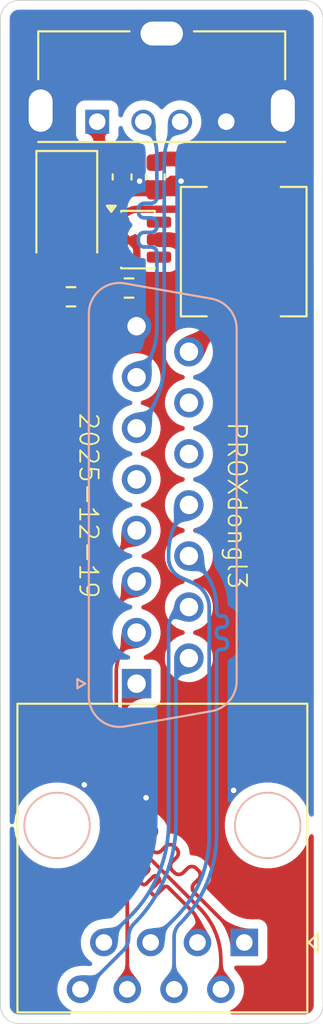
<source format=kicad_pcb>
(kicad_pcb
	(version 20241229)
	(generator "pcbnew")
	(generator_version "9.0")
	(general
		(thickness 1.6)
		(legacy_teardrops no)
	)
	(paper "A4")
	(layers
		(0 "F.Cu" signal)
		(2 "B.Cu" signal)
		(9 "F.Adhes" user "F.Adhesive")
		(11 "B.Adhes" user "B.Adhesive")
		(13 "F.Paste" user)
		(15 "B.Paste" user)
		(5 "F.SilkS" user "F.Silkscreen")
		(7 "B.SilkS" user "B.Silkscreen")
		(1 "F.Mask" user)
		(3 "B.Mask" user)
		(17 "Dwgs.User" user "User.Drawings")
		(19 "Cmts.User" user "User.Comments")
		(21 "Eco1.User" user "User.Eco1")
		(23 "Eco2.User" user "User.Eco2")
		(25 "Edge.Cuts" user)
		(27 "Margin" user)
		(31 "F.CrtYd" user "F.Courtyard")
		(29 "B.CrtYd" user "B.Courtyard")
		(35 "F.Fab" user)
		(33 "B.Fab" user)
		(39 "User.1" user)
		(41 "User.2" user)
		(43 "User.3" user)
		(45 "User.4" user)
	)
	(setup
		(pad_to_mask_clearance 0)
		(allow_soldermask_bridges_in_footprints no)
		(tenting front back)
		(pcbplotparams
			(layerselection 0x00000000_00000000_55555555_5755f5ff)
			(plot_on_all_layers_selection 0x00000000_00000000_00000000_00000000)
			(disableapertmacros no)
			(usegerberextensions yes)
			(usegerberattributes yes)
			(usegerberadvancedattributes yes)
			(creategerberjobfile yes)
			(dashed_line_dash_ratio 12.000000)
			(dashed_line_gap_ratio 3.000000)
			(svgprecision 4)
			(plotframeref no)
			(mode 1)
			(useauxorigin no)
			(hpglpennumber 1)
			(hpglpenspeed 20)
			(hpglpendiameter 15.000000)
			(pdf_front_fp_property_popups yes)
			(pdf_back_fp_property_popups yes)
			(pdf_metadata yes)
			(pdf_single_document no)
			(dxfpolygonmode yes)
			(dxfimperialunits yes)
			(dxfusepcbnewfont yes)
			(psnegative no)
			(psa4output no)
			(plot_black_and_white yes)
			(sketchpadsonfab no)
			(plotpadnumbers no)
			(hidednponfab no)
			(sketchdnponfab yes)
			(crossoutdnponfab yes)
			(subtractmaskfromsilk no)
			(outputformat 1)
			(mirror no)
			(drillshape 0)
			(scaleselection 1)
			(outputdirectory "out/")
		)
	)
	(net 0 "")
	(net 1 "unconnected-(J1-P14-Pad14)")
	(net 2 "/ETH_DC1+")
	(net 3 "/ETH_RX-")
	(net 4 "/ETH_TX+")
	(net 5 "/ETH_DC2+")
	(net 6 "/ETH_DC1-")
	(net 7 "unconnected-(J1-P13-Pad13)")
	(net 8 "/ETH_DC2-")
	(net 9 "/ETH_RX+")
	(net 10 "/ETH_TX-")
	(net 11 "unconnected-(J1-Pad5)")
	(net 12 "/USB_D-")
	(net 13 "/USB_D+")
	(net 14 "+3V3")
	(net 15 "GND")
	(net 16 "+5V")
	(net 17 "Net-(D1-A)")
	(net 18 "Net-(U1-FB)")
	(net 19 "unconnected-(U1-EN-Pad4)")
	(net 20 "unconnected-(U1-NC-Pad6)")
	(footprint "Connector_USB:USB_A_Molex_105057_Vertical" (layer "F.Cu") (at 105.25 49.575))
	(footprint "Diode_SMD:D_SMA" (layer "F.Cu") (at 103.6 54.675 -90))
	(footprint "Package_TO_SOT_SMD:SOT-23-6" (layer "F.Cu") (at 107.4625 55.975))
	(footprint "Capacitor_SMD:C_0603_1608Metric" (layer "F.Cu") (at 106.6 52.575 -90))
	(footprint "Inductor_SMD:L_APV_APH0630" (layer "F.Cu") (at 113.2 56.625 90))
	(footprint "Resistor_SMD:R_0603_1608Metric" (layer "F.Cu") (at 106.975 58.6))
	(footprint "Resistor_SMD:R_0603_1608Metric" (layer "F.Cu") (at 103.825 59.075))
	(footprint "Capacitor_SMD:C_0603_1608Metric" (layer "F.Cu") (at 108.4 52.575 -90))
	(footprint "Connector_RJ:RJ45_OST_PJ012-8P8CX_Vertical" (layer "F.Cu") (at 113.23 94.1 180))
	(footprint "Connector_Dsub:DSUB-15_Socket_Vertical_P2.77x2.84mm" (layer "B.Cu") (at 107.385 80.06 -90))
	(gr_line
		(start 100 97.5)
		(end 100 44)
		(stroke
			(width 0.05)
			(type default)
		)
		(layer "Edge.Cuts")
		(uuid "0db6ce03-0979-466c-8d70-b73e485d4a8f")
	)
	(gr_line
		(start 117.5 44)
		(end 117.5 97.5)
		(stroke
			(width 0.05)
			(type default)
		)
		(layer "Edge.Cuts")
		(uuid "10be46f5-97dc-400b-ad24-0b8b87306653")
	)
	(gr_line
		(start 101 43)
		(end 116.5 43)
		(stroke
			(width 0.05)
			(type default)
		)
		(layer "Edge.Cuts")
		(uuid "413b3a9e-9bd9-4831-9365-cd63dbd28d7f")
	)
	(gr_arc
		(start 116.5 43)
		(mid 117.207107 43.292893)
		(end 117.5 44)
		(stroke
			(width 0.05)
			(type default)
		)
		(layer "Edge.Cuts")
		(uuid "52b734ef-74dd-43b6-888f-18443ecf54e3")
	)
	(gr_arc
		(start 101 98.5)
		(mid 100.292893 98.207107)
		(end 100 97.5)
		(stroke
			(width 0.05)
			(type default)
		)
		(layer "Edge.Cuts")
		(uuid "6a17951b-3130-4b4a-9fe8-2b07478bf2be")
	)
	(gr_line
		(start 116.5 98.5)
		(end 101 98.5)
		(stroke
			(width 0.05)
			(type default)
		)
		(layer "Edge.Cuts")
		(uuid "79c46bbb-04e4-4a4a-967a-27117ae08049")
	)
	(gr_arc
		(start 117.5 97.5)
		(mid 117.207107 98.207107)
		(end 116.5 98.5)
		(stroke
			(width 0.05)
			(type default)
		)
		(layer "Edge.Cuts")
		(uuid "dbd91a20-56fa-46cf-ba01-69e810d4c7e5")
	)
	(gr_arc
		(start 100 44)
		(mid 100.292893 43.292893)
		(end 101 43)
		(stroke
			(width 0.05)
			(type default)
		)
		(layer "Edge.Cuts")
		(uuid "f40b6dc1-c075-4afe-b6bc-38632a8e4915")
	)
	(gr_text "PROXdongl3\n\n\n\n\n2025-12-19"
		(at 104.2 70.4 270)
		(layer "F.SilkS")
		(uuid "ca6d681c-1b30-4157-b329-de577ee1e039")
		(effects
			(font
				(size 1 1)
				(thickness 0.1)
			)
			(justify bottom)
		)
	)
	(segment
		(start 109.42 93.811314)
		(end 109.42 96.64)
		(width 0.2)
		(layer "B.Cu")
		(net 2)
		(uuid "1b3a16c5-83c5-4082-963a-24f4bce5b034")
	)
	(segment
		(start 111.727 78.438473)
		(end 111.727 78.558473)
		(width 0.2)
		(layer "B.Cu")
		(net 2)
		(uuid "297592fe-a272-44fc-9e77-42cb25950c25")
	)
	(segment
		(start 112.307 77.838473)
		(end 112.307 77.958473)
		(width 0.2)
		(layer "B.Cu")
		(net 2)
		(uuid "3605a777-fcb1-4949-9d2b-4fed50311136")
	)
	(segment
		(start 110.225 73.135)
		(end 110.837673 73.747673)
		(width 0.2)
		(layer "B.Cu")
		(net 2)
		(uuid "42abc40d-b88e-4359-b3e2-d2fd62bc3daf")
	)
	(segment
		(start 111.967 76.398473)
		(end 112.067 76.398473)
		(width 0.2)
		(layer "B.Cu")
		(net 2)
		(uuid "4b6e64f8-ddf2-4ad7-88b5-f979a45e1a53")
	)
	(segment
		(start 111.727 78.611757)
		(end 111.727 79.948824)
		(width 0.2)
		(layer "B.Cu")
		(net 2)
		(uuid "58c9926b-6326-42e7-9dc0-12c851049de2")
	)
	(segment
		(start 111.727 78.558473)
		(end 111.727 78.611757)
		(width 0.2)
		(layer "B.Cu")
		(net 2)
		(uuid "83f4b8a8-9871-4188-8e2f-293062ac7c8a")
	)
	(segment
		(start 112.307 76.638473)
		(end 112.307 76.758473)
		(width 0.2)
		(layer "B.Cu")
		(net 2)
		(uuid "989da18c-164e-4312-b765-d0763e0d36c9")
	)
	(segment
		(start 112.067 76.998473)
		(end 111.967 76.998473)
		(width 0.2)
		(layer "B.Cu")
		(net 2)
		(uuid "aba83d00-45b9-415e-8971-df563c611b99")
	)
	(segment
		(start 111.727 79.948824)
		(end 111.727 88.241834)
		(width 0.2)
		(layer "B.Cu")
		(net 2)
		(uuid "b4f4a6aa-0c07-400b-8acd-30687c0c6f72")
	)
	(segment
		(start 112.067 78.198473)
		(end 111.967 78.198473)
		(width 0.2)
		(layer "B.Cu")
		(net 2)
		(uuid "c29c28f6-4ec4-47de-af13-a0590522dd89")
	)
	(segment
		(start 111.727005 75.894771)
		(end 111.727 76.158473)
		(width 0.2)
		(layer "B.Cu")
		(net 2)
		(uuid "cca05b71-5b5f-4256-ab52-cb01e3d64242")
	)
	(segment
		(start 111.727 77.238473)
		(end 111.727 77.358473)
		(width 0.2)
		(layer "B.Cu")
		(net 2)
		(uuid "e8f35f1c-5947-4153-b041-9d5f8b5d5ced")
	)
	(segment
		(start 111.967 77.598473)
		(end 112.067 77.598473)
		(width 0.2)
		(layer "B.Cu")
		(net 2)
		(uuid "eca8d92f-de7c-4ff4-8620-6832795d65d8")
	)
	(arc
		(start 111.727 88.241834)
		(mid 111.203571 90.873289)
		(end 109.712893 93.104207)
		(width 0.2)
		(layer "B.Cu")
		(net 2)
		(uuid "3d729d30-f11a-449e-8f5f-d25a15500890")
	)
	(arc
		(start 111.727 77.358473)
		(mid 111.797294 77.528179)
		(end 111.967 77.598473)
		(width 0.2)
		(layer "B.Cu")
		(net 2)
		(uuid "4889e938-fd7e-45f7-a438-fd58a02665ad")
	)
	(arc
		(start 111.967 76.998473)
		(mid 111.797294 77.068767)
		(end 111.727 77.238473)
		(width 0.2)
		(layer "B.Cu")
		(net 2)
		(uuid "840bed66-a729-458a-bb79-41114e5b1fc5")
	)
	(arc
		(start 112.307 77.958473)
		(mid 112.236706 78.128179)
		(end 112.067 78.198473)
		(width 0.2)
		(layer "B.Cu")
		(net 2)
		(uuid "88017b7f-2ce8-4096-b5fa-7d43e157a07b")
	)
	(arc
		(start 112.307 76.758473)
		(mid 112.236706 76.928179)
		(end 112.067 76.998473)
		(width 0.2)
		(layer "B.Cu")
		(net 2)
		(uuid "9785c371-2f24-469e-8504-4a7247b09219")
	)
	(arc
		(start 111.727 76.158473)
		(mid 111.797294 76.328179)
		(end 111.967 76.398473)
		(width 0.2)
		(layer "B.Cu")
		(net 2)
		(uuid "a609964b-d264-4d9f-b12b-08cc4a699a63")
	)
	(arc
		(start 112.067 76.398473)
		(mid 112.236706 76.468767)
		(end 112.307 76.638473)
		(width 0.2)
		(layer "B.Cu")
		(net 2)
		(uuid "ac1d85bb-f59a-4dfc-941c-ef6392377f83")
	)
	(arc
		(start 109.712893 93.104207)
		(mid 109.49612 93.428631)
		(end 109.42 93.811314)
		(width 0.2)
		(layer "B.Cu")
		(net 2)
		(uuid "d6ee7632-5b2a-4cfb-b595-83b645ff3a0f")
	)
	(arc
		(start 110.837673 73.747673)
		(mid 111.495887 74.73277)
		(end 111.727005 75.894771)
		(width 0.2)
		(layer "B.Cu")
		(net 2)
		(uuid "d77a85b3-60db-4da9-b72d-3bba58386af8")
	)
	(arc
		(start 112.067 77.598473)
		(mid 112.236706 77.668767)
		(end 112.307 77.838473)
		(width 0.2)
		(layer "B.Cu")
		(net 2)
		(uuid "db339cf9-2624-410e-9cdf-a3c53cbe6b3f")
	)
	(arc
		(start 111.967 78.198473)
		(mid 111.797294 78.268767)
		(end 111.727 78.438473)
		(width 0.2)
		(layer "B.Cu")
		(net 2)
		(uuid "e60421ae-9944-4ba1-b5d8-dc864b2c1861")
	)
	(segment
		(start 106.88 96.64)
		(end 106.88 91.014127)
		(width 0.2)
		(layer "F.Cu")
		(net 3)
		(uuid "35e5ba2f-7fd0-48ff-93b1-eae833a0d61e")
	)
	(segment
		(start 105.482 87.639086)
		(end 105.482 76.344198)
		(width 0.2)
		(layer "F.Cu")
		(net 3)
		(uuid "60b35e78-4833-4263-92c3-97eb2a95da3d")
	)
	(arc
		(start 105.774893 88.346193)
		(mid 106.592798 89.570264)
		(end 106.88 91.014127)
		(width 0.2)
		(layer "F.Cu")
		(net 3)
		(uuid "19e1288e-cd7a-4cfe-953d-6947053902e2")
	)
	(arc
		(start 107.385 71.75)
		(mid 105.976563 73.857856)
		(end 105.482 76.344198)
		(width 0.2)
		(layer "F.Cu")
		(net 3)
		(uuid "9c5fc30d-d7ed-4b8a-bacb-26097bee2dee")
	)
	(arc
		(start 105.774893 88.346193)
		(mid 105.55812 88.02177)
		(end 105.482 87.639086)
		(width 0.2)
		(layer "F.Cu")
		(net 3)
		(uuid "d51b8968-c8e4-42c4-9a1a-bfffcced0d88")
	)
	(segment
		(start 106.685 80.76)
		(end 106.685 87.140786)
		(width 0.2)
		(layer "F.Cu")
		(net 4)
		(uuid "213cc9bc-96a1-4c17-8f5c-ccd93a116c65")
	)
	(segment
		(start 108.728115 89.12294)
		(end 108.960045 88.891007)
		(width 0.2)
		(layer "F.Cu")
		(net 4)
		(uuid "24ac8024-d204-4326-b00b-005f6abc51fc")
	)
	(segment
		(start 110.62316 90.078947)
		(end 110.741953 90.19774)
		(width 0.2)
		(layer "F.Cu")
		(net 4)
		(uuid "33be4c92-56f3-41eb-816b-15f32d9d77e2")
	)
	(segment
		(start 107.385 80.06)
		(end 106.685 80.76)
		(width 0.2)
		(layer "F.Cu")
		(net 4)
		(uuid "34c1f55e-d59e-4312-a4ac-b692196311fb")
	)
	(segment
		(start 110.741953 90.672916)
		(end 110.51002 90.904846)
		(width 0.2)
		(layer "F.Cu")
		(net 4)
		(uuid "5422b261-37a7-4aa3-8ee2-9fe0f509da50")
	)
	(segment
		(start 107.385 80.06)
		(end 106.977893 80.467107)
		(width 0.2)
		(layer "F.Cu")
		(net 4)
		(uuid "6c1f7510-deab-4342-9ffa-c055c23b178e")
	)
	(segment
		(start 107.540176 87.935001)
		(end 107.772106 87.703068)
		(width 0.2)
		(layer "F.Cu")
		(net 4)
		(uuid "84b38016-7cc8-4fa3-8b7d-a5b057c522ba")
	)
	(segment
		(start 109.554014 89.484977)
		(end 109.322081 89.716907)
		(width 0.2)
		(layer "F.Cu")
		(net 4)
		(uuid "9ac48fe6-f7b1-44c0-98a7-4e04da66844b")
	)
	(segment
		(start 109.916054 90.310879)
		(end 110.147984 90.078946)
		(width 0.2)
		(layer "F.Cu")
		(net 4)
		(uuid "a2574c8e-f60c-47dc-ba1e-fdeaf4826972")
	)
	(segment
		(start 110.628817 91.498817)
		(end 111.065 91.935)
		(width 0.2)
		(layer "F.Cu")
		(net 4)
		(uuid "ab11df4e-0c3b-49e5-b3ae-859f74f2b246")
	)
	(segment
		(start 109.435221 88.891008)
		(end 109.554014 89.009801)
		(width 0.2)
		(layer "F.Cu")
		(net 4)
		(uuid "b6312bb9-ecae-4f9e-96e4-326e5c0f01a1")
	)
	(segment
		(start 109.322082 90.192083)
		(end 109.440878 90.310878)
		(width 0.2)
		(layer "F.Cu")
		(net 4)
		(uuid "b73de118-aa28-480d-b46e-9d60e59735a8")
	)
	(segment
		(start 108.366075 88.297038)
		(end 108.134142 88.528968)
		(width 0.2)
		(layer "F.Cu")
		(net 4)
		(uuid "bca99180-b19e-4329-afac-060f59b785f4")
	)
	(segment
		(start 111.065 91.935)
		(end 113.23 94.1)
		(width 0.2)
		(layer "F.Cu")
		(net 4)
		(uuid "d2aaabad-c98a-45ae-96f4-1a8bd2222fa4")
	)
	(segment
		(start 108.247282 87.703069)
		(end 108.366075 87.821862)
		(width 0.2)
		(layer "F.Cu")
		(net 4)
		(uuid "dfb03752-e664-48a2-9d08-a7133c0f8063")
	)
	(segment
		(start 110.510021 91.380022)
		(end 110.628817 91.498817)
		(width 0.2)
		(layer "F.Cu")
		(net 4)
		(uuid "e06b253f-14fb-4dc8-9851-561d427c4427")
	)
	(segment
		(start 106.977893 87.847893)
		(end 107.065 87.935)
		(width 0.2)
		(layer "F.Cu")
		(net 4)
		(uuid "e20394a6-36ba-478e-8529-2641863adfaf")
	)
	(segment
		(start 108.134143 89.004144)
		(end 108.252939 89.122939)
		(width 0.2)
		(layer "F.Cu")
		(net 4)
		(uuid "e7e0aa8a-e407-46af-a998-0e98ace99086")
	)
	(arc
		(start 108.134142 88.528968)
		(mid 108.035731 88.766556)
		(end 108.134143 89.004144)
		(width 0.2)
		(layer "F.Cu")
		(net 4)
		(uuid "233b63ef-0432-464d-be60-e0fff5d13ac2")
	)
	(arc
		(start 110.51002 90.904846)
		(mid 110.411609 91.142434)
		(end 110.510021 91.380022)
		(width 0.2)
		(layer "F.Cu")
		(net 4)
		(uuid "3f33e3bc-9f81-4a07-86d5-c2781531a87b")
	)
	(arc
		(start 109.440878 90.310878)
		(mid 109.678467 90.40929)
		(end 109.916054 90.310879)
		(width 0.2)
		(layer "F.Cu")
		(net 4)
		(uuid "443a3d4a-6585-4196-a40e-7041425c4eac")
	)
	(arc
		(start 110.147984 90.078946)
		(mid 110.385572 89.980535)
		(end 110.62316 90.078947)
		(width 0.2)
		(layer "F.Cu")
		(net 4)
		(uuid "450e2d8f-0dd2-42b4-8f9f-39d4c2ccd201")
	)
	(arc
		(start 110.741953 90.19774)
		(mid 110.840365 90.435328)
		(end 110.741953 90.672916)
		(width 0.2)
		(layer "F.Cu")
		(net 4)
		(uuid "4e2764a4-0acf-4e47-855b-0e09e4b064ac")
	)
	(arc
		(start 107.065 87.935)
		(mid 107.302589 88.033412)
		(end 107.540176 87.935001)
		(width 0.2)
		(layer "F.Cu")
		(net 4)
		(uuid "617fa0de-ebb0-436c-8263-15595d60ef9c")
	)
	(arc
		(start 108.366075 87.821862)
		(mid 108.464487 88.05945)
		(end 108.366075 88.297038)
		(width 0.2)
		(layer "F.Cu")
		(net 4)
		(uuid "75f31041-05b3-4f77-bf21-c5469b3b3203")
	)
	(arc
		(start 108.252939 89.122939)
		(mid 108.490528 89.221351)
		(end 108.728115 89.12294)
		(width 0.2)
		(layer "F.Cu")
		(net 4)
		(uuid "8f790694-a398-4b1e-bb57-b582fb2543be")
	)
	(arc
		(start 107.772106 87.703068)
		(mid 108.009694 87.604657)
		(end 108.247282 87.703069)
		(width 0.2)
		(layer "F.Cu")
		(net 4)
		(uuid "a951adfe-5ee2-47da-a8db-acf76f9336c4")
	)
	(arc
		(start 109.554014 89.009801)
		(mid 109.652426 89.247389)
		(end 109.554014 89.484977)
		(width 0.2)
		(layer "F.Cu")
		(net 4)
		(uuid "cac28868-16bc-44b8-8510-56e0c858b8a5")
	)
	(arc
		(start 106.685 87.140786)
		(mid 106.76112 87.52347)
		(end 106.977893 87.847893)
		(width 0.2)
		(layer "F.Cu")
		(net 4)
		(uuid "d50a074b-b3dd-4558-8c40-85b226028dcd")
	)
	(arc
		(start 109.322081 89.716907)
		(mid 109.22367 89.954495)
		(end 109.322082 90.192083)
		(width 0.2)
		(layer "F.Cu")
		(net 4)
		(uuid "dc2f670d-15ea-4477-9882-6c8a74a5d2f3")
	)
	(arc
		(start 108.960045 88.891007)
		(mid 109.197633 88.792596)
		(end 109.435221 88.891008)
		(width 0.2)
		(layer "F.Cu")
		(net 4)
		(uuid "e16beaad-139b-4905-8a28-40e8a90511db")
	)
	(segment
		(start 111.326 75.937102)
		(end 111.326 88.341275)
		(width 0.2)
		(layer "B.Cu")
		(net 5)
		(uuid "2e521ab4-1c9c-4f82-8744-e8f74b45f502")
	)
	(segment
		(start 109.4997 92.750316)
		(end 108.15 94.1)
		(width 0.2)
		(layer "B.Cu")
		(net 5)
		(uuid "50323dfe-b2cd-4ed8-8839-87d366f75576")
	)
	(segment
		(start 109.123999 73.094481)
		(end 109.123997 73.24715)
		(width 0.2)
		(layer "B.Cu")
		(net 5)
		(uuid "573d0532-267c-4c64-81f2-82efa49f1e11")
	)
	(segment
		(start 109.124 73.050762)
		(end 109.123999 73.094481)
		(width 0.2)
		(layer "B.Cu")
		(net 5)
		(uuid "83aac324-fece-4496-8203-5c602cf4d72f")
	)
	(segment
		(start 109.124 73.022931)
		(end 109.124 73.050762)
		(width 0.2)
		(layer "B.Cu")
		(net 5)
		(uuid "b55e6cf2-afd1-4de7-8e61-c1b98395f5a3")
	)
	(segment
		(start 109.80946 74.311291)
		(end 110.472761 74.612516)
		(width 0.2)
		(layer "B.Cu")
		(net 5)
		(uuid "e3ce3b94-346f-4702-a787-4bad6a18c179")
	)
	(arc
		(start 109.123997 73.24715)
		(mid 109.310191 73.880054)
		(end 109.80946 74.311291)
		(width 0.2)
		(layer "B.Cu")
		(net 5)
		(uuid "29764fa2-a997-4704-9206-466832b26de4")
	)
	(arc
		(start 110.225 70.365)
		(mid 109.410133 71.584481)
		(end 109.124 73.022931)
		(width 0.2)
		(layer "B.Cu")
		(net 5)
		(uuid "524331c2-a955-4a25-93ad-45d61e2ba38d")
	)
	(arc
		(start 111.326 88.341275)
		(mid 110.85136 90.727434)
		(end 109.4997 92.750316)
		(width 0.2)
		(layer "B.Cu")
		(net 5)
		(uuid "95ff44f7-af53-4de6-a56f-ea9300a9a3de")
	)
	(arc
		(start 111.326 75.937102)
		(mid 111.094227 75.149297)
		(end 110.472761 74.612516)
		(width 0.2)
		(layer "B.Cu")
		(net 5)
		(uuid "e8685c65-5f2e-4be2-a160-a7a6580df01f")
	)
	(segment
		(start 109.416893 76.333107)
		(end 109.845 75.905)
		(width 0.2)
		(layer "B.Cu")
		(net 6)
		(uuid "19de6717-dd66-4f55-9b1f-ed5f070abbb0")
	)
	(segment
		(start 109.124 87.641773)
		(end 109.124 77.040214)
		(width 0.2)
		(layer "B.Cu")
		(net 6)
		(uuid "7ef2c0a7-1daf-4709-ba47-40c201c5c4ee")
	)
	(segment
		(start 109.845 75.905)
		(end 110.225 75.905)
		(width 0.2)
		(layer "B.Cu")
		(net 6)
		(uuid "7ff693eb-e5e6-4b1c-9b05-4bb976a10db3")
	)
	(segment
		(start 105.61 94.1)
		(end 107.042033 92.668001)
		(width 0.2)
		(layer "B.Cu")
		(net 6)
		(uuid "947dcb75-2a58-4d01-91e3-4a251669c49b")
	)
	(segment
		(start 105.61 94.1)
		(end 105.5 93.99)
		(width 0.2)
		(layer "B.Cu")
		(net 6)
		(uuid "ee570994-3e94-4237-bd5c-cfcc1aedb572")
	)
	(arc
		(start 107.042033 92.668001)
		(mid 108.582913 90.361955)
		(end 109.124 87.641773)
		(width 0.2)
		(layer "B.Cu")
		(net 6)
		(uuid "9367f155-3e0b-4ef1-95e0-d75e8f9bf54c")
	)
	(arc
		(start 109.416893 76.333107)
		(mid 109.20012 76.65753)
		(end 109.124 77.040214)
		(width 0.2)
		(layer "B.Cu")
		(net 6)
		(uuid "ac278524-a01d-4232-8144-d0e3b99e6d94")
	)
	(segment
		(start 106.953893 93.828232)
		(end 106.953893 93.785982)
		(width 0.2)
		(layer "B.Cu")
		(net 8)
		(uuid "6010f089-3123-43db-a364-fbc262c45f34")
	)
	(segment
		(start 109.525 87.578835)
		(end 109.525 79.789214)
		(width 0.2)
		(layer "B.Cu")
		(net 8)
		(uuid "7e9e76bf-d0c5-4b76-b851-d7129937c28e")
	)
	(segment
		(start 104.556339 96.64)
		(end 106.661 94.535339)
		(width 0.2)
		(layer "B.Cu")
		(net 8)
		(uuid "95ee3c68-50d0-449d-b1c1-bdd40f4b71cc")
	)
	(segment
		(start 104.34 96.64)
		(end 104.556339 96.64)
		(width 0.2)
		(layer "B.Cu")
		(net 8)
		(uuid "b41c45bb-3840-4329-873b-0826724ca19c")
	)
	(segment
		(start 109.817893 79.082107)
		(end 110.225 78.675)
		(width 0.2)
		(layer "B.Cu")
		(net 8)
		(uuid "ee68e164-ca41-4506-92ea-0620134d969e")
	)
	(arc
		(start 109.525 79.789214)
		(mid 109.60112 79.406531)
		(end 109.817893 79.082107)
		(width 0.2)
		(layer "B.Cu")
		(net 8)
		(uuid "601c0325-34fd-4107-8982-98e1646ff6bb")
	)
	(arc
		(start 106.953893 93.785982)
		(mid 107.030013 93.403299)
		(end 107.246786 93.078875)
		(width 0.2)
		(layer "B.Cu")
		(net 8)
		(uuid "6cbdcb56-97f5-4eb9-bec7-9c4b1ad8ab0a")
	)
	(arc
		(start 106.661 94.535339)
		(mid 106.877773 94.210916)
		(end 106.953893 93.828232)
		(width 0.2)
		(layer "B.Cu")
		(net 8)
		(uuid "cdf8a814-f6e8-4848-b587-18abdfccfa59")
	)
	(arc
		(start 107.246786 93.078875)
		(mid 108.932921 90.555415)
		(end 109.525 87.578835)
		(width 0.2)
		(layer "B.Cu")
		(net 8)
		(uuid "eb7a141a-7c25-4cc6-b7e6-d884c399ce57")
	)
	(segment
		(start 109.162381 91.166581)
		(end 109.3279 91.3321)
		(width 0.2)
		(layer "F.Cu")
		(net 9)
		(uuid "15b411c7-ffbd-4ead-bf58-f9f9c6b35cb2")
	)
	(segment
		(start 109.104397 91.108597)
		(end 109.162381 91.166581)
		(width 0.2)
		(layer "F.Cu")
		(net 9)
		(uuid "2762318f-2d42-4a0d-9577-aa34abcf0d1c")
	)
	(segment
		(start 108.002727 90.238858)
		(end 107.619475 90.622109)
		(width 0.2)
		(layer "F.Cu")
		(net 9)
		(uuid "287071ee-1ee2-499c-a9ce-f8ecf42d3b0b")
	)
	(segment
		(start 107.4229 89.659031)
		(end 107.216424 89.865506)
		(width 0.2)
		(layer "F.Cu")
		(net 9)
		(uuid "29a7ed2f-8e4f-4cb7-82c9-1b82aa07d29c")
	)
	(segment
		(start 108.199302 91.433867)
		(end 108.257284 91.491849)
		(width 0.2)
		(layer "F.Cu")
		(net 9)
		(uuid "2bc0a353-443d-4045-92f7-8008b44d6876")
	)
	(segment
		(start 107.216424 90.097437)
		(end 107.274406 90.155419)
		(width 0.2)
		(layer "F.Cu")
		(net 9)
		(uuid "3bd8a843-541f-49a2-80ce-54e5adec7582")
	)
	(segment
		(start 109.3279 91.3321)
		(end 110.281037 92.285237)
		(width 0.2)
		(layer "F.Cu")
		(net 9)
		(uuid "3ff0c178-d559-4453-b347-324ac0c71169")
	)
	(segment
		(start 110.281037 92.285237)
		(end 110.397107 92.401307)
		(width 0.2)
		(layer "F.Cu")
		(net 9)
		(uuid "870a4c3e-3467-4d7d-899e-2fa5d5e145dc")
	)
	(segment
		(start 107.944743 89.948943)
		(end 108.002727 90.006927)
		(width 0.2)
		(layer "F.Cu")
		(net 9)
		(uuid "9c62ffd7-2d59-4831-8a10-0b34bb66b7f3")
	)
	(segment
		(start 107.506337 90.155419)
		(end 107.712812 89.948943)
		(width 0.2)
		(layer "F.Cu")
		(net 9)
		(uuid "a5c6f3b1-9b78-483d-a59a-da4a82b89d2b")
	)
	(segment
		(start 107.909388 90.912022)
		(end 108.292639 90.52877)
		(width 0.2)
		(layer "F.Cu")
		(net 9)
		(uuid "a8239e8f-f4ad-4bcd-a685-40b24630076d")
	)
	(segment
		(start 108.582554 90.818685)
		(end 108.199302 91.201936)
		(width 0.2)
		(layer "F.Cu")
		(net 9)
		(uuid "ae2a428f-6241-4267-938d-dc7b1785dbab")
	)
	(segment
		(start 107.619475 90.85404)
		(end 107.677457 90.912022)
		(width 0.2)
		(layer "F.Cu")
		(net 9)
		(uuid "bd542de6-00d6-4569-a8a8-7b814e5434c0")
	)
	(segment
		(start 105.883 78.146129)
		(end 105.883 87.472986)
		(width 0.2)
		(layer "F.Cu")
		(net 9)
		(uuid "bdcc6913-de0c-47e8-80af-b18b6df31a33")
	)
	(segment
		(start 108.52457 90.52877)
		(end 108.582554 90.586754)
		(width 0.2)
		(layer "F.Cu")
		(net 9)
		(uuid "cbb60cd9-50b4-4299-b5a3-262396cc7801")
	)
	(segment
		(start 106.175893 88.180093)
		(end 107.4229 89.4271)
		(width 0.2)
		(layer "F.Cu")
		(net 9)
		(uuid "dc2eb85c-2011-497b-9c1a-e9375e89c281")
	)
	(segment
		(start 108.489215 91.491849)
		(end 108.872466 91.108597)
		(width 0.2)
		(layer "F.Cu")
		(net 9)
		(uuid "f106b01f-947e-4b6d-b921-7b6d67ddc96c")
	)
	(segment
		(start 110.69 93.108414)
		(end 110.69 94.1)
		(width 0.2)
		(layer "F.Cu")
		(net 9)
		(uuid "fadf9c9d-be21-45c6-bd28-ba31471b182e")
	)
	(arc
		(start 107.677457 90.912022)
		(mid 107.793423 90.960056)
		(end 107.909388 90.912022)
		(width 0.2)
		(layer "F.Cu")
		(net 9)
		(uuid "0044d40f-1336-4018-897f-f767c31ef9ee")
	)
	(arc
		(start 110.397107 92.401307)
		(mid 110.61388 92.725731)
		(end 110.69 93.108414)
		(width 0.2)
		(layer "F.Cu")
		(net 9)
		(uuid "08a9e97a-790d-4c1c-9c02-8911175f24f6")
	)
	(arc
		(start 105.883 87.472986)
		(mid 105.95912 87.855669)
		(end 106.175893 88.180093)
		(width 0.2)
		(layer "F.Cu")
		(net 9)
		(uuid "132eb2b6-7af8-45e0-ad5e-0a1ba96503ff")
	)
	(arc
		(start 108.199302 91.201936)
		(mid 108.151268 91.317901)
		(end 108.199302 91.433867)
		(width 0.2)
		(layer "F.Cu")
		(net 9)
		(uuid "2908833b-4ba6-4279-91a0-8e3768d41ad8")
	)
	(arc
		(start 107.4229 89.4271)
		(mid 107.470934 89.543066)
		(end 107.4229 89.659031)
		(width 0.2)
		(layer "F.Cu")
		(net 9)
		(uuid "3d1a5c3b-9c1c-4ff9-b509-0cd7ba345534")
	)
	(arc
		(start 108.002727 90.006927)
		(mid 108.050761 90.122893)
		(end 108.002727 90.238858)
		(width 0.2)
		(layer "F.Cu")
		(net 9)
		(uuid "43d0c6e6-db7b-45ce-b80a-75e47fc99d11")
	)
	(arc
		(start 107.619475 90.622109)
		(mid 107.571441 90.738074)
		(end 107.619475 90.85404)
		(width 0.2)
		(layer "F.Cu")
		(net 9)
		(uuid "450ede13-fc08-433a-a879-90ba3cb3c275")
	)
	(arc
		(start 107.712812 89.948943)
		(mid 107.828777 89.900909)
		(end 107.944743 89.948943)
		(width 0.2)
		(layer "F.Cu")
		(net 9)
		(uuid "559183c8-82a1-498e-9f0c-0c279546951a")
	)
	(arc
		(start 108.292639 90.52877)
		(mid 108.408604 90.480736)
		(end 108.52457 90.52877)
		(width 0.2)
		(layer "F.Cu")
		(net 9)
		(uuid "6c24ef7f-7479-488d-81ee-eaa183b09299")
	)
	(arc
		(start 108.582554 90.586754)
		(mid 108.630588 90.70272)
		(end 108.582554 90.818685)
		(width 0.2)
		(layer "F.Cu")
		(net 9)
		(uuid "a09cebd6-3518-47f7-8983-a19fb2e66433")
	)
	(arc
		(start 107.274406 90.155419)
		(mid 107.390372 90.203453)
		(end 107.506337 90.155419)
		(width 0.2)
		(layer "F.Cu")
		(net 9)
		(uuid "a2dcb139-68dc-48c9-8390-fa2135db1e40")
	)
	(arc
		(start 107.216424 89.865506)
		(mid 107.16839 89.981471)
		(end 107.216424 90.097437)
		(width 0.2)
		(layer "F.Cu")
		(net 9)
		(uuid "ad7c87b6-7075-4132-a3b8-14a1b031aa08")
	)
	(arc
		(start 107.385 74.52)
		(mid 106.273353 76.18369)
		(end 105.883 78.146129)
		(width 0.2)
		(layer "F.Cu")
		(net 9)
		(uuid "b7972300-392c-4a71-beb6-4c9b3c4b1973")
	)
	(arc
		(start 108.872466 91.108597)
		(mid 108.988431 91.060563)
		(end 109.104397 91.108597)
		(width 0.2)
		(layer "F.Cu")
		(net 9)
		(uuid "ea0192bc-0949-40f4-aa03-732e56c585c8")
	)
	(arc
		(start 108.257284 91.491849)
		(mid 108.37325 91.539883)
		(end 108.489215 91.491849)
		(width 0.2)
		(layer "F.Cu")
		(net 9)
		(uuid "ffa78e4a-9ea6-435a-ba81-a0d93d71d9c7")
	)
	(segment
		(start 111.96 96.64)
		(end 111.96 95.064265)
		(width 0.2)
		(layer "F.Cu")
		(net 10)
		(uuid "1e072b2f-a021-4d03-b679-d9ccb33c45ac")
	)
	(segment
		(start 110.781137 92.218237)
		(end 106.576893 88.013993)
		(width 0.2)
		(layer "F.Cu")
		(net 10)
		(uuid "2ced86cf-7653-41f5-805b-b58d44cbf522")
	)
	(segment
		(start 107.037789 77.637211)
		(end 107.385 77.29)
		(width 0.2)
		(layer "F.Cu")
		(net 10)
		(uuid "54d048d0-6021-4565-a7d5-639d167c4ae7")
	)
	(segment
		(start 106.284 87.306886)
		(end 106.284 79.457019)
		(width 0.2)
		(layer "F.Cu")
		(net 10)
		(uuid "712ae5f0-9554-4cfe-b6b0-42cb67fcdea8")
	)
	(arc
		(start 106.576893 88.013993)
		(mid 106.36012 87.68957)
		(end 106.284 87.306886)
		(width 0.2)
		(layer "F.Cu")
		(net 10)
		(uuid "0907e4d0-264d-4934-9588-116a623b2293")
	)
	(arc
		(start 107.037789 77.637211)
		(mid 106.479903 78.472146)
		(end 106.284 79.457019)
		(width 0.2)
		(layer "F.Cu")
		(net 10)
		(uuid "6fbe9976-3140-4f1f-b030-d3810ef537c8")
	)
	(arc
		(start 111.96 95.064265)
		(mid 111.653623 93.524006)
		(end 110.781137 92.218237)
		(width 0.2)
		(layer "F.Cu")
		(net 10)
		(uuid "c8e3aab4-fd21-4b27-8658-33ac568c0160")
	)
	(segment
		(start 108.486 56.689154)
		(end 108.486 56.847154)
		(width 0.2)
		(layer "B.Cu")
		(net 12)
		(uuid "23496db4-f28d-4bb6-b3aa-9472dd5585a4")
	)
	(segment
		(start 107.486 54.319154)
		(end 107.486 54.477154)
		(width 0.2)
		(layer "B.Cu")
		(net 12)
		(uuid "28aa498c-cb3f-438a-87f5-cb121be52b02")
	)
	(segment
		(start 108.486 57.386457)
		(end 108.486 60.686014)
		(width 0.2)
		(layer "B.Cu")
		(net 12)
		(uuid "4d5bcb86-66a0-4fec-ae6b-8ac09eda99f6")
	)
	(segment
		(start 107.802 56.373154)
		(end 108.17 56.373154)
		(width 0.2)
		(layer "B.Cu")
		(net 12)
		(uuid "51d1a17f-6a27-45e0-93fa-ef82105b840e")
	)
	(segment
		(start 108.486 56.847154)
		(end 108.486 57.386457)
		(width 0.2)
		(layer "B.Cu")
		(net 12)
		(uuid "6776eea8-7121-453a-b195-79c66e4fbad6")
	)
	(segment
		(start 108.17 54.003154)
		(end 107.802 54.003154)
		(width 0.2)
		(layer "B.Cu")
		(net 12)
		(uuid "6fa97fdf-6848-4b29-8e40-0bc59ab0ac6c")
	)
	(segment
		(start 107.486 55.899154)
		(end 107.486 56.057154)
		(width 0.2)
		(layer "B.Cu")
		(net 12)
		(uuid "79bf253b-746c-4e9e-97e2-c9ec8db90d05")
	)
	(segment
		(start 108.17 55.583154)
		(end 107.802 55.583154)
		(width 0.2)
		(layer "B.Cu")
		(net 12)
		(uuid "9bb884ef-eb84-434c-9154-8c64cbfaa4b5")
	)
	(segment
		(start 108.486 51.351842)
		(end 108.486 51.796628)
		(width 0.2)
		(layer "B.Cu")
		(net 12)
		(uuid "a056054f-0ff4-4d10-9ad0-0c46fb4a43b0")
	)
	(segment
		(start 108.486 55.109154)
		(end 108.486 55.267154)
		(width 0.2)
		(layer "B.Cu")
		(net 12)
		(uuid "a0acfa86-4f28-451c-a60a-65e158d40758")
	)
	(segment
		(start 108.486 51.796628)
		(end 108.486 53.687154)
		(width 0.2)
		(layer "B.Cu")
		(net 12)
		(uuid "a7c53928-9160-4ccf-a69d-72c0a2ffd7bb")
	)
	(segment
		(start 107.802 54.793154)
		(end 108.17 54.793154)
		(width 0.2)
		(layer "B.Cu")
		(net 12)
		(uuid "aa6501c4-0df3-4c8f-928c-f468a425602e")
	)
	(segment
		(start 108.486 60.686014)
		(end 108.486 60.781945)
		(width 0.2)
		(layer "B.Cu")
		(net 12)
		(uuid "de40dec4-d312-4bb8-a952-b8a211f5c4f1")
	)
	(arc
		(start 108.17 56.373154)
		(mid 108.393446 56.465708)
		(end 108.486 56.689154)
		(width 0.2)
		(layer "B.Cu")
		(net 12)
		(uuid "20047fae-f7a1-48f4-80fe-b6118b19fdf2")
	)
	(arc
		(start 107.486 56.057154)
		(mid 107.578554 56.2806)
		(end 107.802 56.373154)
		(width 0.2)
		(layer "B.Cu")
		(net 12)
		(uuid "3568e6d4-e156-4087-a58b-41e93f3b3b74")
	)
	(arc
		(start 108.486 55.267154)
		(mid 108.393446 55.4906)
		(end 108.17 55.583154)
		(width 0.2)
		(layer "B.Cu")
		(net 12)
		(uuid "50457c9f-9802-44ae-9488-3300295b0ac3")
	)
	(arc
		(start 107.75 49.575)
		(mid 108.294723 50.390229)
		(end 108.486 51.351842)
		(width 0.2)
		(layer "B.Cu")
		(net 12)
		(uuid "6af29a37-9ac1-4f81-b724-5df1471d1403")
	)
	(arc
		(start 107.802 54.003154)
		(mid 107.578554 54.095708)
		(end 107.486 54.319154)
		(width 0.2)
		(layer "B.Cu")
		(net 12)
		(uuid "791cb95d-5b16-48dc-a8bf-9a9ddad8a0db")
	)
	(arc
		(start 107.486 54.477154)
		(mid 107.578554 54.7006)
		(end 107.802 54.793154)
		(width 0.2)
		(layer "B.Cu")
		(net 12)
		(uuid "c91457fc-7ef3-4b65-bf6b-9965a9aa412e")
	)
	(arc
		(start 108.17 54.793154)
		(mid 108.393446 54.885708)
		(end 108.486 55.109154)
		(width 0.2)
		(layer "B.Cu")
		(net 12)
		(uuid "dc525829-3397-43c6-85dd-58877e93747e")
	)
	(arc
		(start 108.486 53.687154)
		(mid 108.393446 53.9106)
		(end 108.17 54.003154)
		(width 0.2)
		(layer "B.Cu")
		(net 12)
		(uuid "e022a7e5-e933-467a-b20d-fc1177adec34")
	)
	(arc
		(start 108.486 60.781945)
		(mid 108.199858 62.220476)
		(end 107.385 63.44)
		(width 0.2)
		(layer "B.Cu")
		(net 12)
		(uuid "e645ea2f-98ab-4587-aa11-18728556de01")
	)
	(arc
		(start 107.802 55.583154)
		(mid 107.578554 55.675708)
		(end 107.486 55.899154)
		(width 0.2)
		(layer "B.Cu")
		(net 12)
		(uuid "e9adca7c-b2c0-40e5-a3e1-94bd1cd879a0")
	)
	(segment
		(start 108.887 51.658474)
		(end 108.887 62.583871)
		(width 0.2)
		(layer "B.Cu")
		(net 13)
		(uuid "bda663fa-58e7-44bf-954b-314e59c1a180")
	)
	(arc
		(start 109.75 49.575)
		(mid 109.111288 50.530903)
		(end 108.887 51.658474)
		(width 0.2)
		(layer "B.Cu")
		(net 13)
		(uuid "4ff6a839-319f-4996-91ee-d45cb3613d47")
	)
	(arc
		(start 107.385 66.21)
		(mid 108.496646 64.546311)
		(end 108.887 62.583871)
		(width 0.2)
		(layer "B.Cu")
		(net 13)
		(uuid "8655bb6f-9eb8-44d4-8c09-6e0886ab5343")
	)
	(segment
		(start 108.4 51.8)
		(end 108.453554 51.746446)
		(width 0.8)
		(layer "F.Cu")
		(net 14)
		(uuid "215d76d8-0bbb-431d-a32c-7cb72e611584")
	)
	(segment
		(start 116 53.20751)
		(end 116 56.435786)
		(width 0.8)
		(layer "F.Cu")
		(net 14)
		(uuid "899da1bb-2f70-490c-b992-1360c90df61e")
	)
	(segment
		(start 108.807107 51.6)
		(end 114.253898 51.6)
		(width 0.8)
		(layer "F.Cu")
		(net 14)
		(uuid "99f23c71-af05-470a-a04e-95d138af65bb")
	)
	(segment
		(start 112.337107 59.942893)
		(end 110.225 62.055)
		(width 0.8)
		(layer "F.Cu")
		(net 14)
		(uuid "9aff0897-5941-4421-9253-14f408856991")
	)
	(segment
		(start 108.6 55.975)
		(end 109.110786 55.975)
		(width 0.8)
		(layer "F.Cu")
		(net 14)
		(uuid "d29cec6a-5190-42f8-9506-9ae3d0f9a20e")
	)
	(segment
		(start 115.707107 57.142893)
		(end 113.2 59.65)
		(width 0.8)
		(layer "F.Cu")
		(net 14)
		(uuid "d9376ac0-04a0-4db6-81d7-0c6e4eb4bc7d")
	)
	(segment
		(start 113.2 59.65)
		(end 113.044214 59.65)
		(width 0.8)
		(layer "F.Cu")
		(net 14)
		(uuid "e07f6b71-9f3d-4569-a880-e73e86c56fb0")
	)
	(segment
		(start 109.817893 56.267893)
		(end 113.2 59.65)
		(width 0.8)
		(layer "F.Cu")
		(net 14)
		(uuid "e17a537e-5348-4838-beab-1858025bf7aa")
	)
	(arc
		(start 108.807107 51.6)
		(mid 108.615766 51.63806)
		(end 108.453554 51.746446)
		(width 0.8)
		(layer "F.Cu")
		(net 14)
		(uuid "15ed2ce4-87d1-430d-9db0-aba500e59283")
	)
	(arc
		(start 112.337107 59.942893)
		(mid 112.66153 59.72612)
		(end 113.044214 59.65)
		(width 0.8)
		(layer "F.Cu")
		(net 14)
		(uuid "4b3fad1c-e8b4-423d-bb7c-f9783ff9e378")
	)
	(arc
		(start 115.557901 52.140189)
		(mid 115.885102 52.62988)
		(end 116 53.20751)
		(width 0.8)
		(layer "F.Cu")
		(net 14)
		(uuid "623d0e9d-28e8-45a1-bcef-f04e8dfc42d5")
	)
	(arc
		(start 109.817893 56.267893)
		(mid 109.49347 56.05112)
		(end 109.110786 55.975)
		(width 0.8)
		(layer "F.Cu")
		(net 14)
		(uuid "762627fb-5048-4e52-8e19-f7a2b9f6a025")
	)
	(arc
		(start 115.557901 52.140189)
		(mid 114.95957 51.740367)
		(end 114.253898 51.6)
		(width 0.8)
		(layer "F.Cu")
		(net 14)
		(uuid "b12925f2-b46b-48de-ab76-705ba2a1f942")
	)
	(arc
		(start 115.707107 57.142893)
		(mid 115.92388 56.81847)
		(end 116 56.435786)
		(width 0.8)
		(layer "F.Cu")
		(net 14)
		(uuid "e33e1b4c-9312-462d-a3fe-4a42455919a7")
	)
	(segment
		(start 106.067107 45.087893)
		(end 102.18 48.975)
		(width 0.4)
		(layer "F.Cu")
		(net 15)
		(uuid "0c33beac-12bb-445d-a783-1004852db0d5")
	)
	(segment
		(start 108.75 44.795)
		(end 110.725786 44.795)
		(width 0.4)
		(layer "F.Cu")
		(net 15)
		(uuid "0d073ff7-1f92-4185-8570-d1c6bc823cd7")
	)
	(segment
		(start 109.396447 53.203553)
		(end 109.8 52.8)
		(width 0.4)
		(layer "F.Cu")
		(net 15)
		(uuid "1c9557e6-ec32-4f20-8f11-7829816ee76c")
	)
	(segment
		(start 108.75 44.795)
		(end 106.774214 44.795)
		(width 0.4)
		(layer "F.Cu")
		(net 15)
		(uuid "21a4a2c9-b853-46ee-af2f-c2201bc6d97e")
	)
	(segment
		(start 106.325 55.975)
		(end 106.780392 55.975)
		(width 0.4)
		(layer "F.Cu")
		(net 15)
		(uuid "23f47318-648b-4545-9de7-d9a3115f77e8")
	)
	(segment
		(start 106.6 53.35)
		(end 108.4 53.35)
		(width 0.4)
		(layer "F.Cu")
		(net 15)
		(uuid "270aa090-4885-4912-8d7b-212f9ecd8ed7")
	)
	(segment
		(start 107.531447 58.868553)
		(end 107.8 58.6)
		(width 0.4)
		(layer "F.Cu")
		(net 15)
		(uuid "2b29ad85-95d5-4be6-b919-285bb156f02a")
	)
	(segment
		(start 108.4 53.35)
		(end 109.042893 53.35)
		(width 0.4)
		(layer "F.Cu")
		(net 15)
		(uuid "32b24c32-7634-484a-afe0-308059329f42")
	)
	(segment
		(start 107.4 57.55)
		(end 107.4 57.992893)
		(width 0.4)
		(layer "F.Cu")
		(net 15)
		(uuid "3f114af4-5d7f-461e-863f-7877f78fa8b7")
	)
	(segment
		(start 107.4 56.594608)
		(end 107.4 57.55)
		(width 0.4)
		(layer "F.Cu")
		(net 15)
		(uuid "5078c6fc-ff06-4be9-a972-2c5f766e59b2")
	)
	(segment
		(start 106.6 53.35)
		(end 106.792893 53.35)
		(width 0.4)
		(layer "F.Cu")
		(net 15)
		(uuid "85102ded-62f7-4e60-9873-73bafa419962")
	)
	(segment
		(start 114.72 49.575)
		(end 115.32 48.975)
		(width 0.4)
		(layer "F.Cu")
		(net 15)
		(uuid "8556cc7d-a651-4238-b822-cbc3ed084b25")
	)
	(segment
		(start 107.385 60.67)
		(end 107.385 59.222107)
		(width 0.4)
		(layer "F.Cu")
		(net 15)
		(uuid "a07047d7-6d82-4a7a-bbc3-9d2c12dcfad6")
	)
	(segment
		(start 108.4 53.35)
		(end 108.307107 53.35)
		(width 0.4)
		(layer "F.Cu")
		(net 15)
		(uuid "a9c9e1ce-6215-46d2-a4bd-c42d6511b54d")
	)
	(segment
		(start 107.379675 60.864675)
		(end 107.385 60.87)
		(width 0.2)
		(layer "F.Cu")
		(net 15)
		(uuid "b301174a-6c44-4f14-80a8-f66375b7bcf4")
	)
	(segment
		(start 107.133946 56.121447)
		(end 107.253554 56.241055)
		(width 0.4)
		(layer "F.Cu")
		(net 15)
		(uuid "be148826-8688-4f6a-9133-49a595b73f4b")
	)
	(segment
		(start 107.146447 53.203553)
		(end 107.55 52.8)
		(width 0.4)
		(layer "F.Cu")
		(net 15)
		(uuid "c29f6cfb-d94b-48fd-b017-616b924c72a7")
	)
	(segment
		(start 113.6 49.575)
		(end 114.72 49.575)
		(width 0.4)
		(layer "F.Cu")
		(net 15)
		(uuid "de84eedb-5098-4696-a021-39f315b576d5")
	)
	(segment
		(start 107.953553 53.203553)
		(end 107.55 52.8)
		(width 0.4)
		(layer "F.Cu")
		(net 15)
		(uuid "e582e5a5-23f3-4d40-88db-c16b9e814b5d")
	)
	(segment
		(start 112.25 49.575)
		(end 113.6 49.575)
		(width 0.4)
		(layer "F.Cu")
		(net 15)
		(uuid "e76fc6c7-03b6-4c7f-8bff-e1d4b22b89a6")
	)
	(segment
		(start 111.432893 45.087893)
		(end 115.32 48.975)
		(width 0.4)
		(layer "F.Cu")
		(net 15)
		(uuid "ee3734c8-a041-4cac-b585-fee2f2dcb9b0")
	)
	(segment
		(start 107.546447 58.346447)
		(end 107.8 58.6)
		(width 0.4)
		(layer "F.Cu")
		(net 15)
		(uuid "f68c6212-2730-4b7b-b9a2-9ba2770cb9fb")
	)
	(via
		(at 104.55 85.55)
		(size 0.6)
		(drill 0.3)
		(layers "F.Cu" "B.Cu")
		(free yes)
		(net 15)
		(uuid "a2a88590-cfd5-4a29-a531-b3394a926948")
	)
	(via
		(at 112.65 85.85)
		(size 0.6)
		(drill 0.3)
		(layers "F.Cu" "B.Cu")
		(free yes)
		(net 15)
		(uuid "ac616ec1-d1d2-44fb-9f49-8187201b2e90")
	)
	(via
		(at 107.9 86.25)
		(size 0.6)
		(drill 0.3)
		(layers "F.Cu" "B.Cu")
		(free yes)
		(net 15)
		(uuid "c61ff644-7bac-4835-a369-81f37b2dd0ef")
	)
	(via
		(at 107.55 52.8)
		(size 0.6)
		(drill 0.3)
		(layers "F.Cu" "B.Cu")
		(net 15)
		(uuid "e02c3b8d-a1f4-44d9-874c-f04a83ac4524")
	)
	(via
		(at 109.8 52.8)
		(size 0.6)
		(drill 0.3)
		(layers "F.Cu" "B.Cu")
		(teardrops
			(best_length_ratio 0.5)
			(max_length 1)
			(best_width_ratio 1)
			(max_width 2)
			(curved_edges yes)
			(filter_ratio 0.9)
			(enabled yes)
			(allow_two_segments yes)
			(prefer_zone_connections yes)
		)
		(net 15)
		(uuid "fd09dd23-6a4b-44fe-b210-9fea59c7a35f")
	)
	(arc
		(start 111.432893 45.087893)
		(mid 111.10847 44.87112)
		(end 110.725786 44.795)
		(width 0.4)
		(layer "F.Cu")
		(net 15)
		(uuid "2f49bcbf-8334-4a01-91f6-23e68122d5c8")
	)
	(arc
		(start 109.396447 53.203553)
		(mid 109.234235 53.31194)
		(end 109.042893 53.35)
		(width 0.4)
		(layer "F.Cu")
		(net 15)
		(uuid "3945d3f5-cb50-49cf-b286-7bb63e0a7463")
	)
	(arc
		(start 107.4 56.594608)
		(mid 107.36194 56.403267)
		(end 107.253554 56.241055)
		(width 0.4)
		(layer "F.Cu")
		(net 15)
		(uuid "527d5a23-1512-4d0b-84fc-577901ff61ad")
	)
	(arc
		(start 107.546447 58.346447)
		(mid 107.43806 58.184235)
		(end 107.4 57.992893)
		(width 0.4)
		(layer "F.Cu")
		(net 15)
		(uuid "668592e3-fda8-4a32-a612-b8f0eb6941b9")
	)
	(arc
		(start 106.780392 55.975)
		(mid 106.971734 56.01306)
		(end 107.133946 56.121447)
		(width 0.4)
		(layer "F.Cu")
		(net 15)
		(uuid "951e0f86-0918-40aa-a8ce-ce73fdd76967")
	)
	(arc
		(start 106.792893 53.35)
		(mid 106.984235 53.31194)
		(end 107.146447 53.203553)
		(width 0.4)
		(layer "F.Cu")
		(net 15)
		(uuid "99bc389c-1b9b-430b-a4f5-5873028078a2")
	)
	(arc
		(start 108.307107 53.35)
		(mid 108.115765 53.31194)
		(end 107.953553 53.203553)
		(width 0.4)
		(layer "F.Cu")
		(net 15)
		(uuid "be90d853-a8e5-4c47-8a78-83342d1ddaa3")
	)
	(arc
		(start 106.067107 45.087893)
		(mid 106.39153 44.87112)
		(end 106.774214 44.795)
		(width 0.4)
		(layer "F.Cu")
		(net 15)
		(uuid "d206bd10-bab8-4e98-a5ff-1014f43c85c3")
	)
	(arc
		(start 107.531447 58.868553)
		(mid 107.42306 59.030765)
		(end 107.385 59.222107)
		(width 0.4)
		(layer "F.Cu")
		(net 15)
		(uuid "e1cd1491-79a1-4255-a341-1619ce3d2344")
	)
	(segment
		(start 110.092893 51.732107)
		(end 112.25 49.575)
		(width 0.4)
		(layer "B.Cu")
		(net 15)
		(uuid "20285f66-f3b8-4180-bad3-25c1ebfe0aa9")
	)
	(segment
		(start 107.385 60.67)
		(end 106.877894 60.162894)
		(width 0.4)
		(layer "B.Cu")
		(net 15)
		(uuid "7a929a47-74c0-425d-8d31-48331b090414")
	)
	(segment
		(start 106.585001 59.455787)
		(end 106.585001 54.179213)
		(width 0.4)
		(layer "B.Cu")
		(net 15)
		(uuid "8bb1b503-42eb-4a65-b424-31689d08aa04")
	)
	(segment
		(start 109.8 52.8)
		(end 109.8 52.439214)
		(width 0.4)
		(layer "B.Cu")
		(net 15)
		(uuid "ab3dc8ca-7fb7-4e55-9360-d990f4aa2187")
	)
	(segment
		(start 106.877894 53.472106)
		(end 107.55 52.8)
		(width 0.4)
		(layer "B.Cu")
		(net 15)
		(uuid "e078753b-e29f-475d-845e-4e8eaa4d72b0")
	)
	(arc
		(start 106.877894 60.162894)
		(mid 106.661121 59.838471)
		(end 106.585001 59.455787)
		(width 0.4)
		(layer "B.Cu")
		(net 15)
		(uuid "1375e765-db9f-4d6b-9571-2b56d50d97b5")
	)
	(arc
		(start 106.877894 53.472106)
		(mid 106.661121 53.796529)
		(end 106.585001 54.179213)
		(width 0.4)
		(layer "B.Cu")
		(net 15)
		(uuid "27f79f15-baa4-4ddc-94b8-0a7135c723f3")
	)
	(arc
		(start 110.092893 51.732107)
		(mid 109.87612 52.05653)
		(end 109.8 52.439214)
		(width 0.4)
		(layer "B.Cu")
		(net 15)
		(uuid "dd15e2da-4c01-45df-886a-5386a8c30f06")
	)
	(segment
		(start 105.25 49.575)
		(end 105.25 50.035786)
		(width 0.4)
		(layer "F.Cu")
		(net 16)
		(uuid "0b0cf1e6-95e1-436f-a2a1-8e7120ce7f7d")
	)
	(segment
		(start 104.957107 51.317893)
		(end 103.6 52.675)
		(width 0.4)
		(layer "F.Cu")
		(net 16)
		(uuid "22988eb5-8286-4d70-acfd-91cf328911f5")
	)
	(segment
		(start 102.591893 58.666893)
		(end 103 59.075)
		(width 0.4)
		(layer "F.Cu")
		(net 16)
		(uuid "370aac7c-6aa4-4bb6-a38c-01f30e09a0ac")
	)
	(segment
		(start 105.542893 50.742893)
		(end 106.6 51.8)
		(width 0.4)
		(layer "F.Cu")
		(net 16)
		(uuid "4dbd6a23-222f-4356-99d0-825a166e8adc")
	)
	(segment
		(start 105.25 49.575)
		(end 105.25 50.610786)
		(width 0.4)
		(layer "F.Cu")
		(net 16)
		(uuid "5419f0fb-5288-48d1-9d6b-76ebd70f772f")
	)
	(segment
		(start 102.299 54.390214)
		(end 102.299 57.959786)
		(width 0.4)
		(layer "F.Cu")
		(net 16)
		(uuid "6788ab84-cbd0-409a-90a2-e855b024615c")
	)
	(segment
		(start 104.182107 52.092893)
		(end 103.6 52.675)
		(width 0.4)
		(layer "F.Cu")
		(net 16)
		(uuid "6a68ea91-9dc5-4d29-b427-e600300b2491")
	)
	(segment
		(start 106.6 51.8)
		(end 104.889214 51.8)
		(width 0.4)
		(layer "F.Cu")
		(net 16)
		(uuid "c1995500-42d5-4cb9-bc1d-e6ea0a5eb778")
	)
	(segment
		(start 103.6 52.675)
		(end 102.591893 53.683107)
		(width 0.4)
		(layer "F.Cu")
		(net 16)
		(uuid "eccd31f8-bafb-415e-b82f-f42aaa85f6ae")
	)
	(arc
		(start 102.299 54.390214)
		(mid 102.37512 54.007531)
		(end 102.591893 53.683107)
		(width 0.4)
		(layer "F.Cu")
		(net 16)
		(uuid "0429160a-055c-44ed-be67-db3f99549f08")
	)
	(arc
		(start 102.299 57.959786)
		(mid 102.37512 58.342469)
		(end 102.591893 58.666893)
		(width 0.4)
		(layer "F.Cu")
		(net 16)
		(uuid "6820a1d5-8bfc-40be-babc-bcc0dd9474f8")
	)
	(arc
		(start 105.25 50.035786)
		(mid 105.32612 50.418469)
		(end 105.542893 50.742893)
		(width 0.4)
		(layer "F.Cu")
		(net 16)
		(uuid "d776b8c5-a08c-4a77-bb22-1a61d52a3d70")
	)
	(arc
		(start 105.25 50.610786)
		(mid 105.17388 50.993469)
		(end 104.957107 51.317893)
		(width 0.4)
		(layer "F.Cu")
		(net 16)
		(uuid "df9fb91d-d354-47c3-a474-6588e48cddae")
	)
	(arc
		(start 104.889214 51.8)
		(mid 104.506531 51.87612)
		(end 104.182107 52.092893)
		(width 0.4)
		(layer "F.Cu")
		(net 16)
		(uuid "e8f6e3a0-b743-4dfd-9287-01aa695a734e")
	)
	(segment
		(start 106.733107 54.616893)
		(end 106.325 55.025)
		(width 0.4)
		(layer "F.Cu")
		(net 17)
		(uuid "01bb974d-f90b-448a-a7a2-c67fd0319466")
	)
	(segment
		(start 106.325 55.025)
		(end 105.664214 55.025)
		(width 0.4)
		(layer "F.Cu")
		(net 17)
		(uuid "3a4e30b4-f4b8-4820-86db-571576d4ff0f")
	)
	(segment
		(start 112.061786 54.324)
		(end 107.440214 54.324)
		(width 0.4)
		(layer "F.Cu")
		(net 17)
		(uuid "480656cd-8350-4b06-8cf2-118a33f8e5f7")
	)
	(segment
		(start 113.2 53.6)
		(end 112.768893 54.031107)
		(width 0.4)
		(layer "F.Cu")
		(net 17)
		(uuid "bdbbf246-95cf-4b73-b983-3e01e6172ec0")
	)
	(segment
		(start 104.957107 55.317893)
		(end 103.6 56.675)
		(width 0.4)
		(layer "F.Cu")
		(net 17)
		(uuid "c26ec20a-9bfe-47e5-b098-1bf94fd062b7")
	)
	(arc
		(start 105.664214 55.025)
		(mid 105.281531 55.10112)
		(end 104.957107 55.317893)
		(width 0.4)
		(layer "F.Cu")
		(net 17)
		(uuid "3d2a8cae-bfc1-4680-b972-4d9940e4e0c3")
	)
	(arc
		(start 107.440214 54.324)
		(mid 107.057531 54.40012)
		(end 106.733107 54.616893)
		(width 0.4)
		(layer "F.Cu")
		(net 17)
		(uuid "9acb2865-014e-479a-8d0b-6b755e0cbeb2")
	)
	(arc
		(start 112.768893 54.031107)
		(mid 112.44447 54.24788)
		(end 112.061786 54.324)
		(width 0.4)
		(layer "F.Cu")
		(net 17)
		(uuid "e7d6c2d3-cf68-4d19-bafd-39983eefa58d")
	)
	(segment
		(start 106.325 58.425)
		(end 106.15 58.6)
		(width 0.4)
		(layer "F.Cu")
		(net 18)
		(uuid "60fce81f-d486-4455-afda-776661abac6e")
	)
	(segment
		(start 104.65 59.075)
		(end 105.260786 59.075)
		(width 0.4)
		(layer "F.Cu")
		(net 18)
		(uuid "70f2717c-ec09-4515-83f3-401b6456a298")
	)
	(segment
		(start 105.967893 58.782107)
		(end 106.15 58.6)
		(width 0.4)
		(layer "F.Cu")
		(net 18)
		(uuid "ab125fe5-5f50-411e-9411-1dce53877de7")
	)
	(segment
		(start 106.325 56.925)
		(end 106.325 58.425)
		(width 0.4)
		(layer "F.Cu")
		(net 18)
		(uuid "d652d6ee-2dbd-4273-b9f3-51c09b858f69")
	)
	(arc
		(start 105.260786 59.075)
		(mid 105.643469 58.99888)
		(end 105.967893 58.782107)
		(width 0.4)
		(layer "F.Cu")
		(net 18)
		(uuid "8d85fd0b-f468-4a48-af84-6b24dc3b00c8")
	)
	(zone
		(net 16)
		(net_name "+5V")
		(layer "F.Cu")
		(uuid "061da46c-9526-46b3-935b-31d62a9b5278")
		(name "$teardrop_padvia$")
		(hatch none 0.1)
		(priority 30020)
		(attr
			(teardrop
				(type padvia)
			)
		)
		(connect_pads yes
			(clearance 0)
		)
		(min_thickness 0.0254)
		(filled_areas_thickness no)
		(fill yes
			(thermal_gap 0.5)
			(thermal_bridge_width 0.5)
			(island_removal_mode 1)
			(island_area_min 10)
		)
		(polygon
			(pts
				(xy 105.729937 50.647095) (xy 105.70517 50.592487) (xy 105.684018 50.519997) (xy 105.674459 50.448616)
				(xy 105.679047 50.37739) (xy 105.693524 50.331177) (xy 105.719362 50.290581) (xy 105.749995 50.263298)
				(xy 105.790318 50.242459) (xy 105.838813 50.229695) (xy 105.897907 50.225005) (xy 105.9 50.225)
				(xy 105.249293 49.574293) (xy 104.756194 50.225) (xy 104.847931 50.243786) (xy 104.957038 50.306141)
				(xy 105.089158 50.425704) (xy 105.244519 50.614819) (xy 105.408073 50.862864) (xy 105.447095 50.929937)
			)
		)
		(filled_polygon
			(layer "F.Cu")
			(pts
				(xy 105.257577 49.582732) (xy 105.258784 49.583784) (xy 105.88192 50.20692) (xy 105.885347 50.215193)
				(xy 105.88192 50.223466) (xy 105.874573 50.226856) (xy 105.838818 50.229694) (xy 105.838814 50.229694)
				(xy 105.838813 50.229695) (xy 105.819408 50.234802) (xy 105.79032 50.242458) (xy 105.790318 50.242459)
				(xy 105.749995 50.263297) (xy 105.749994 50.263298) (xy 105.719364 50.290577) (xy 105.719359 50.290584)
				(xy 105.693527 50.33117) (xy 105.693524 50.331177) (xy 105.679047 50.377391) (xy 105.679046 50.377393)
				(xy 105.674459 50.448616) (xy 105.674459 50.448619) (xy 105.684016 50.51999) (xy 105.705172 50.592494)
				(xy 105.72659 50.639717) (xy 105.726887 50.648667) (xy 105.724208 50.652823) (xy 105.540999 50.836031)
				(xy 105.540999 50.836032) (xy 105.447095 50.929937) (xy 105.408073 50.862864) (xy 105.244519 50.614819)
				(xy 105.089158 50.425704) (xy 104.957038 50.306141) (xy 104.957036 50.306139) (xy 104.847931 50.243786)
				(xy 104.847925 50.243784) (xy 104.774388 50.228725) (xy 104.76697 50.223708) (xy 104.765273 50.214916)
				(xy 104.767407 50.210202) (xy 105.241186 49.58499) (xy 105.248914 49.580467)
			)
		)
	)
	(zone
		(net 15)
		(net_name "GND")
		(layer "F.Cu")
		(uuid "17af9e8d-62cc-4e91-b9d0-7bb746068207")
		(name "$teardrop_padvia$")
		(hatch none 0.1)
		(priority 30025)
		(attr
			(teardrop
				(type padvia)
			)
		)
		(connect_pads yes
			(clearance 0)
		)
		(min_thickness 0.0254)
		(filled_areas_thickness no)
		(fill yes
			(thermal_gap 0.5)
			(thermal_bridge_width 0.5)
			(island_removal_mode 1)
			(island_area_min 10)
		)
		(polygon
			(pts
				(xy 107.475 53.55) (xy 107.671966 53.560927) (xy 107.786784 53.581253) (xy 107.896524 53.617415)
				(xy 107.957391 53.650149) (xy 108.008603 53.69195) (xy 108.04021 53.731971) (xy 108.062557 53.77883)
				(xy 108.063896 53.782873) (xy 108.401 53.35) (xy 108.063896 52.917127) (xy 108.01882 52.996906)
				(xy 107.939585 53.060821) (xy 107.819297 53.110192) (xy 107.652565 53.141299) (xy 107.475 53.15)
			)
		)
		(filled_polygon
			(layer "F.Cu")
			(pts
				(xy 108.401 53.35) (xy 108.063896 53.782873) (xy 108.062557 53.77883) (xy 108.04021 53.731971) (xy 108.008603 53.69195)
				(xy 107.957391 53.650149) (xy 107.896524 53.617415) (xy 107.786784 53.581253) (xy 107.671966 53.560927)
				(xy 107.475 53.55) (xy 107.475 53.15) (xy 107.652565 53.141299) (xy 107.819297 53.110192) (xy 107.939585 53.060821)
				(xy 108.01882 52.996906) (xy 108.063896 52.917127)
			)
		)
	)
	(zone
		(net 16)
		(net_name "+5V")
		(layer "F.Cu")
		(uuid "1a4f36e6-431a-4b33-9853-4aa016a0759e")
		(name "$teardrop_padvia$")
		(hatch none 0.1)
		(priority 30031)
		(attr
			(teardrop
				(type padvia)
			)
		)
		(connect_pads yes
			(clearance 0)
		)
		(min_thickness 0.0254)
		(filled_areas_thickness no)
		(fill yes
			(thermal_gap 0.5)
			(thermal_bridge_width 0.5)
			(island_removal_mode 1)
			(island_area_min 10)
		)
		(polygon
			(pts
				(xy 102.228483 58.506561) (xy 102.262009 58.548739) (xy 102.372836 58.691586) (xy 102.485848 58.861363)
				(xy 102.533921 58.95232) (xy 102.571438 59.045176) (xy 102.594698 59.138318) (xy 102.6 59.230134)
				(xy 103.000382 59.075923) (xy 103.108327 58.6) (xy 102.988775 58.607025) (xy 102.872576 58.577497)
				(xy 102.757318 58.511488) (xy 102.64553 58.409577) (xy 102.598036 58.353494)
			)
		)
		(filled_polygon
			(layer "F.Cu")
			(pts
				(xy 102.603553 58.360009) (xy 102.64553 58.409577) (xy 102.757318 58.511488) (xy 102.872576 58.577497)
				(xy 102.988775 58.607025) (xy 103.092787 58.600913) (xy 103.101247 58.603849) (xy 103.105153 58.611907)
				(xy 103.104883 58.615181) (xy 103.001762 59.069836) (xy 102.99659 59.077146) (xy 102.994557 59.078166)
				(xy 102.614961 59.224371) (xy 102.606009 59.224147) (xy 102.599838 59.217658) (xy 102.599075 59.214131)
				(xy 102.594698 59.138318) (xy 102.594696 59.138309) (xy 102.571441 59.045186) (xy 102.571436 59.04517)
				(xy 102.53392 58.952318) (xy 102.533917 58.952312) (xy 102.485853 58.861371) (xy 102.485848 58.861363)
				(xy 102.372836 58.691586) (xy 102.262009 58.548739) (xy 102.23814 58.51871) (xy 102.235675 58.510101)
				(xy 102.240019 58.502271) (xy 102.242817 58.500623) (xy 102.590148 58.356761) (xy 102.599102 58.356761)
			)
		)
	)
	(zone
		(net 14)
		(net_name "+3V3")
		(layer "F.Cu")
		(uuid "20d3d5a0-89e1-409a-a6b7-b776f1cab983")
		(name "$teardrop_padvia$")
		(hatch none 0.1)
		(priority 30000)
		(attr
			(teardrop
				(type padvia)
			)
		)
		(connect_pads yes
			(clearance 0)
		)
		(min_thickness 0.0254)
		(filled_areas_thickness no)
		(fill yes
			(thermal_gap 0.5)
			(thermal_bridge_width 0.5)
			(island_removal_mode 1)
			(island_area_min 10)
		)
		(polygon
			(pts
				(xy 111.101956 61.743729) (xy 111.341799 61.533039) (xy 111.489406 61.423984) (xy 111.65163 61.317235)
				(xy 111.820166 61.218777) (xy 111.999322 61.126673) (xy 112.174192 61.048537) (xy 112.35584 60.979348)
				(xy 112.527565 60.925134) (xy 112.703129 60.881148) (xy 112.866841 60.850885) (xy 113.032338 60.83131)
				(xy 113.306826 60.825) (xy 113.200707 59.649293) (xy 111.45 59.724566) (xy 111.442385 59.878988)
				(xy 111.394804 60.055021) (xy 111.300093 60.257995) (xy 111.149385 60.492228) (xy 110.934737 60.759932)
				(xy 110.655352 61.058568) (xy 110.556698 61.15763) (xy 110.536271 61.178044)
			)
		)
		(filled_polygon
			(layer "F.Cu")
			(pts
				(xy 113.197967 59.65284) (xy 113.20171 59.660409) (xy 113.305701 60.812538) (xy 113.303031 60.821086)
				(xy 113.2951 60.825243) (xy 113.294317 60.825287) (xy 113.032336 60.831309) (xy 112.866855 60.850882)
				(xy 112.866824 60.850887) (xy 112.703123 60.881148) (xy 112.527567 60.925133) (xy 112.527566 60.925133)
				(xy 112.355855 60.979342) (xy 112.174186 61.048539) (xy 112.174176 61.048544) (xy 111.999318 61.126674)
				(xy 111.999303 61.126681) (xy 111.820178 61.218769) (xy 111.820152 61.218784) (xy 111.651641 61.317228)
				(xy 111.489394 61.423991) (xy 111.341796 61.533041) (xy 111.110195 61.73649) (xy 111.101717 61.739376)
				(xy 111.0942 61.735973) (xy 110.544546 61.186319) (xy 110.541119 61.178046) (xy 110.544545 61.169775)
				(xy 110.556698 61.15763) (xy 110.655352 61.058568) (xy 110.934737 60.759932) (xy 111.149385 60.492228)
				(xy 111.300093 60.257995) (xy 111.394804 60.055021) (xy 111.442385 59.878988) (xy 111.449474 59.735218)
				(xy 111.453304 59.727125) (xy 111.460654 59.724107) (xy 113.189555 59.649772)
			)
		)
	)
	(zone
		(net 9)
		(net_name "/ETH_RX+")
		(layer "F.Cu")
		(uuid "25e3b74e-17f4-455c-83b8-238b58e0a0d5")
		(name "$teardrop_padvia$")
		(hatch none 0.1)
		(priority 30011)
		(attr
			(teardrop
				(type padvia)
			)
		)
		(connect_pads yes
			(clearance 0)
		)
		(min_thickness 0.0254)
		(filled_areas_thickness no)
		(fill yes
			(thermal_gap 0.5)
			(thermal_bridge_width 0.5)
			(island_removal_mode 1)
			(island_area_min 10)
		)
		(polygon
			(pts
				(xy 106.541388 75.839471) (xy 106.594202 75.737755) (xy 106.648662 75.654459) (xy 106.701803 75.590802)
				(xy 106.756686 75.540049) (xy 106.872918 75.470027) (xy 107.013121 75.427969) (xy 107.176082 75.40385)
				(xy 107.32109 75.383732) (xy 107.477659 75.34927) (xy 107.646784 75.287429) (xy 107.829456 75.185176)
				(xy 107.385422 74.519094) (xy 106.600372 74.363928) (xy 106.553468 74.684778) (xy 106.542213 74.969996)
				(xy 106.538028 75.134636) (xy 106.517378 75.304071) (xy 106.463623 75.502707) (xy 106.360127 75.754948)
			)
		)
		(filled_polygon
			(layer "F.Cu")
			(pts
				(xy 106.612438 74.366313) (xy 106.623038 74.368408) (xy 107.380652 74.518151) (xy 107.388103 74.523117)
				(xy 107.388118 74.523139) (xy 107.822441 75.174653) (xy 107.824179 75.183438) (xy 107.819196 75.190878)
				(xy 107.818421 75.191352) (xy 107.6476 75.286971) (xy 107.645903 75.28775) (xy 107.478395 75.349)
				(xy 107.476892 75.349438) (xy 107.321546 75.383631) (xy 107.320639 75.383794) (xy 107.176088 75.403848)
				(xy 107.013123 75.427968) (xy 106.872917 75.470027) (xy 106.756687 75.540047) (xy 106.701803 75.590802)
				(xy 106.648662 75.654459) (xy 106.594198 75.737761) (xy 106.546554 75.82952) (xy 106.5397 75.835283)
				(xy 106.531225 75.834732) (xy 106.370243 75.759665) (xy 106.364194 75.753063) (xy 106.364363 75.744621)
				(xy 106.463623 75.502707) (xy 106.517378 75.304071) (xy 106.538028 75.134636) (xy 106.542213 74.969996)
				(xy 106.553444 74.685382) (xy 106.553555 74.684178) (xy 106.598593 74.376097) (xy 106.60318 74.368408)
				(xy 106.611861 74.366214)
			)
		)
	)
	(zone
		(net 3)
		(net_name "/ETH_RX-")
		(layer "F.Cu")
		(uuid "2cbd003d-35be-483a-b203-3f98b9f10a7d")
		(name "$teardrop_padvia$")
		(hatch none 0.1)
		(priority 30012)
		(attr
			(teardrop
				(type padvia)
			)
		)
		(connect_pads yes
			(clearance 0)
		)
		(min_thickness 0.0254)
		(filled_areas_thickness no)
		(fill yes
			(thermal_gap 0.5)
			(thermal_bridge_width 0.5)
			(island_removal_mode 1)
			(island_area_min 10)
		)
		(polygon
			(pts
				(xy 106.497809 73.050144) (xy 106.564449 72.950714) (xy 106.630418 72.869989) (xy 106.693223 72.808304)
				(xy 106.756114 72.759846) (xy 106.885918 72.694167) (xy 107.039748 72.656239) (xy 107.164912 72.639616)
				(xy 107.310427 72.620064) (xy 107.468013 72.585435) (xy 107.640185 72.521787) (xy 107.829456 72.415176)
				(xy 107.385522 71.749148) (xy 106.600372 71.593928) (xy 106.558214 71.891) (xy 106.549855 72.169643)
				(xy 106.54668 72.340618) (xy 106.522498 72.510724) (xy 106.49598 72.603053) (xy 106.456351 72.704289)
				(xy 106.327282 72.945643)
			)
		)
		(filled_polygon
			(layer "F.Cu")
			(pts
				(xy 106.612472 71.59632) (xy 107.380752 71.748205) (xy 107.388203 71.75317) (xy 107.388218 71.753193)
				(xy 107.822461 72.404682) (xy 107.824198 72.413467) (xy 107.819214 72.420907) (xy 107.818467 72.421365)
				(xy 107.640996 72.521329) (xy 107.639311 72.522109) (xy 107.468768 72.585155) (xy 107.467222 72.585608)
				(xy 107.310906 72.619958) (xy 107.309953 72.620127) (xy 107.164912 72.639616) (xy 107.164894 72.639618)
				(xy 107.039756 72.656237) (xy 107.039744 72.656239) (xy 106.885919 72.694166) (xy 106.756113 72.759846)
				(xy 106.69323 72.808298) (xy 106.693213 72.808312) (xy 106.630423 72.869983) (xy 106.564444 72.950719)
				(xy 106.504063 73.040812) (xy 106.49661 73.045776) (xy 106.488231 73.044274) (xy 106.336688 72.951407)
				(xy 106.331424 72.944162) (xy 106.332483 72.935915) (xy 106.456351 72.704289) (xy 106.49598 72.603053)
				(xy 106.522498 72.510724) (xy 106.54668 72.340618) (xy 106.549855 72.169643) (xy 106.558194 71.891636)
				(xy 106.558303 71.890366) (xy 106.598636 71.606155) (xy 106.603191 71.598448) (xy 106.611864 71.596217)
			)
		)
	)
	(zone
		(net 16)
		(net_name "+5V")
		(layer "F.Cu")
		(uuid "361885e8-98f9-4781-bf1b-2647e6b9ed4f")
		(name "$teardrop_padvia$")
		(hatch none 0.1)
		(priority 30019)
		(attr
			(teardrop
				(type padvia)
			)
		)
		(connect_pads yes
			(clearance 0)
		)
		(min_thickness 0.0254)
		(filled_areas_thickness no)
		(fill yes
			(thermal_gap 0.5)
			(thermal_bridge_width 0.5)
			(island_removal_mode 1)
			(island_area_min 10)
		)
		(polygon
			(pts
				(xy 105.444423 50.748123) (xy 105.465731 50.608308) (xy 105.493546 50.527966) (xy 105.533629 50.447994)
				(xy 105.577888 50.383907) (xy 105.631874 50.326725) (xy 105.685042 50.286245) (xy 105.745578 50.254606)
				(xy 105.80553 50.235423) (xy 105.871597 50.225854) (xy 105.89909 50.225) (xy 105.250195 49.57402)
				(xy 104.6 50.225) (xy 104.670954 50.229816) (xy 104.735203 50.243529) (xy 104.847835 50.295522)
				(xy 104.939909 50.377976) (xy 105.009129 50.488003) (xy 105.047639 50.614237) (xy 105.052109 50.670091)
			)
		)
		(filled_polygon
			(layer "F.Cu")
			(pts
				(xy 105.258454 49.582306) (xy 105.258472 49.582324) (xy 105.880034 50.205883) (xy 105.883448 50.214162)
				(xy 105.880008 50.222429) (xy 105.872122 50.225837) (xy 105.871608 50.225853) (xy 105.871592 50.225854)
				(xy 105.805542 50.23542) (xy 105.805525 50.235424) (xy 105.745579 50.254605) (xy 105.685043 50.286243)
				(xy 105.631873 50.326726) (xy 105.577889 50.383906) (xy 105.577884 50.383912) (xy 105.533633 50.447987)
				(xy 105.493546 50.527965) (xy 105.493545 50.527967) (xy 105.46573 50.60831) (xy 105.465729 50.608313)
				(xy 105.446266 50.736023) (xy 105.441632 50.743685) (xy 105.432937 50.745826) (xy 105.432418 50.745735)
				(xy 105.060784 50.671816) (xy 105.053338 50.666841) (xy 105.051403 50.661274) (xy 105.047639 50.614237)
				(xy 105.009129 50.488003) (xy 104.979082 50.440243) (xy 104.939912 50.37798) (xy 104.93991 50.377978)
				(xy 104.939909 50.377976) (xy 104.882678 50.326725) (xy 104.847835 50.295522) (xy 104.827734 50.286243)
				(xy 104.735203 50.243529) (xy 104.735201 50.243528) (xy 104.7352 50.243528) (xy 104.67095 50.229815)
				(xy 104.670952 50.229815) (xy 104.625663 50.226741) (xy 104.61764 50.222762) (xy 104.614782 50.214276)
				(xy 104.618176 50.206801) (xy 105.241909 49.582315) (xy 105.250179 49.578884)
			)
		)
	)
	(zone
		(net 17)
		(net_name "Net-(D1-A)")
		(layer "F.Cu")
		(uuid "40869ae3-1600-4413-a465-c1a592816acb")
		(name "$teardrop_padvia$")
		(hatch none 0.1)
		(priority 30003)
		(attr
			(teardrop
				(type padvia)
			)
		)
		(connect_pads yes
			(clearance 0)
		)
		(min_thickness 0.0254)
		(filled_areas_thickness no)
		(fill yes
			(thermal_gap 0.5)
			(thermal_bridge_width 0.5)
			(island_removal_mode 1)
			(island_area_min 10)
		)
		(polygon
			(pts
				(xy 110.45 54.524) (xy 110.847724 54.535195) (xy 111.085797 54.556159) (xy 111.30981 54.593562)
				(xy 111.420299 54.624239) (xy 111.510544 54.662733) (xy 111.55898 54.695099) (xy 111.59248 54.732109)
				(xy 111.604329 54.75597) (xy 113.201 53.6) (xy 111.45 53.026771) (xy 111.430968 53.220487) (xy 111.37434 53.408286)
				(xy 111.280262 53.588668) (xy 111.149512 53.757427) (xy 110.986175 53.906678) (xy 110.801235 54.024812)
				(xy 110.706925 54.068066) (xy 110.614826 54.099364) (xy 110.530543 54.117625) (xy 110.451669 54.123997)
				(xy 110.45 54.124)
			)
		)
		(filled_polygon
			(layer "F.Cu")
			(pts
				(xy 111.463851 53.031305) (xy 113.179193 53.592861) (xy 113.185989 53.59869) (xy 113.186671 53.607619)
				(xy 113.182413 53.613456) (xy 111.615522 54.747865) (xy 111.606811 54.749941) (xy 111.599184 54.745249)
				(xy 111.598182 54.743592) (xy 111.59248 54.732109) (xy 111.587872 54.727018) (xy 111.558983 54.695101)
				(xy 111.558978 54.695096) (xy 111.510546 54.662734) (xy 111.4203 54.624239) (xy 111.309814 54.593563)
				(xy 111.309812 54.593562) (xy 111.30981 54.593562) (xy 111.309806 54.593561) (xy 111.3098 54.59356)
				(xy 111.085816 54.556161) (xy 111.085795 54.556158) (xy 110.895625 54.539413) (xy 110.847724 54.535195)
				(xy 110.847716 54.535194) (xy 110.847706 54.535194) (xy 110.461371 54.52432) (xy 110.453197 54.520662)
				(xy 110.45 54.512625) (xy 110.45 54.134925) (xy 110.453427 54.126652) (xy 110.460758 54.123263)
				(xy 110.530533 54.117626) (xy 110.530535 54.117625) (xy 110.530543 54.117625) (xy 110.614826 54.099364)
				(xy 110.706925 54.068066) (xy 110.801235 54.024812) (xy 110.986175 53.906678) (xy 110.986176 53.906676)
				(xy 110.986179 53.906675) (xy 111.030825 53.865877) (xy 111.149512 53.757427) (xy 111.280262 53.588668)
				(xy 111.37434 53.408286) (xy 111.430968 53.220487) (xy 111.448574 53.041281) (xy 111.452793 53.033384)
				(xy 111.461362 53.030782)
			)
		)
	)
	(zone
		(net 18)
		(net_name "Net-(U1-FB)")
		(layer "F.Cu")
		(uuid "4f4dba11-12d6-4d97-a2d4-33f48be1c377")
		(name "$teardrop_padvia$")
		(hatch none 0.1)
		(priority 30033)
		(attr
			(teardrop
				(type padvia)
			)
		)
		(connect_pads yes
			(clearance 0)
		)
		(min_thickness 0.0254)
		(filled_areas_thickness no)
		(fill yes
			(thermal_gap 0.5)
			(thermal_bridge_width 0.5)
			(island_removal_mode 1)
			(island_area_min 10)
		)
		(polygon
			(pts
				(xy 105.320091 58.877109) (xy 105.233953 58.873812) (xy 105.13463 58.851014) (xy 105.088262 58.826623)
				(xy 105.048485 58.790544) (xy 105.018592 58.740505) (xy 105.001881 58.674234) (xy 104.64902 59.075195)
				(xy 105.002904 59.474235) (xy 105.01297 59.429789) (xy 105.031011 59.392305) (xy 105.08929 59.333757)
				(xy 105.180693 59.293261) (xy 105.309294 59.272287) (xy 105.398123 59.269423)
			)
		)
		(filled_polygon
			(layer "F.Cu")
			(pts
				(xy 105.003703 58.689874) (xy 105.007318 58.695796) (xy 105.018592 58.740505) (xy 105.048481 58.790539)
				(xy 105.048483 58.790541) (xy 105.048485 58.790544) (xy 105.088262 58.826623) (xy 105.13463 58.851014)
				(xy 105.134631 58.851014) (xy 105.134633 58.851015) (xy 105.134636 58.851016) (xy 105.205856 58.867362)
				(xy 105.233953 58.873812) (xy 105.310865 58.876755) (xy 105.319 58.880495) (xy 105.321892 58.886164)
				(xy 105.395431 59.255891) (xy 105.393684 59.264673) (xy 105.386238 59.269648) (xy 105.384333 59.269867)
				(xy 105.309297 59.272286) (xy 105.309291 59.272287) (xy 105.180698 59.293259) (xy 105.180691 59.293261)
				(xy 105.089289 59.333756) (xy 105.031012 59.392303) (xy 105.012969 59.429791) (xy 105.00794 59.451997)
				(xy 105.00277 59.459308) (xy 104.993944 59.460823) (xy 104.987775 59.457175) (xy 104.655878 59.082928)
				(xy 104.652953 59.074465) (xy 104.655849 59.067435) (xy 104.98719 58.690926) (xy 104.995228 58.686981)
			)
		)
	)
	(zone
		(net 16)
		(net_name "+5V")
		(layer "F.Cu")
		(uuid "5146d6db-9f92-4e4a-b15b-1dd891613c26")
		(name "$teardrop_padvia$")
		(hatch none 0.1)
		(priority 30026)
		(attr
			(teardrop
				(type padvia)
			)
		)
		(connect_pads yes
			(clearance 0)
		)
		(min_thickness 0.0254)
		(filled_areas_thickness no)
		(fill yes
			(thermal_gap 0.5)
			(thermal_bridge_width 0.5)
			(island_removal_mode 1)
			(island_area_min 10)
		)
		(polygon
			(pts
				(xy 105.675 52) (xy 105.871966 52.010927) (xy 105.986784 52.031253) (xy 106.096524 52.067415) (xy 106.157391 52.100149)
				(xy 106.208603 52.14195) (xy 106.24021 52.181971) (xy 106.262557 52.22883) (xy 106.263896 52.232873)
				(xy 106.601 51.8) (xy 106.263896 51.367127) (xy 106.21882 51.446906) (xy 106.139585 51.510821) (xy 106.019297 51.560192)
				(xy 105.852565 51.591299) (xy 105.675 51.6)
			)
		)
		(filled_polygon
			(layer "F.Cu")
			(pts
				(xy 106.271203 51.377975) (xy 106.274678 51.380972) (xy 106.328263 51.44978) (xy 106.595401 51.792811)
				(xy 106.597781 51.801444) (xy 106.595401 51.807189) (xy 106.275899 52.217459) (xy 106.268112 52.221881)
				(xy 106.259479 52.219501) (xy 106.256107 52.215306) (xy 106.24021 52.181971) (xy 106.232308 52.171965)
				(xy 106.208606 52.141953) (xy 106.208602 52.141949) (xy 106.157394 52.100151) (xy 106.157392 52.10015)
				(xy 106.157391 52.100149) (xy 106.126957 52.083782) (xy 106.096521 52.067413) (xy 105.986782 52.031252)
				(xy 105.871969 52.010927) (xy 105.871953 52.010925) (xy 105.686052 52.000613) (xy 105.677981 51.996733)
				(xy 105.675 51.988931) (xy 105.675 51.8) (xy 105.675 51.6) (xy 105.852565 51.591299) (xy 106.019297 51.560192)
				(xy 106.139585 51.510821) (xy 106.21882 51.446906) (xy 106.255263 51.382404) (xy 106.262315 51.376889)
			)
		)
	)
	(zone
		(net 16)
		(net_name "+5V")
		(layer "F.Cu")
		(uuid "53bb6c7a-e1f9-4e77-bb95-e60b872aa429")
		(name "$teardrop_padvia$")
		(hatch none 0.1)
		(priority 30021)
		(attr
			(teardrop
				(type padvia)
			)
		)
		(connect_pads yes
			(clearance 0)
		)
		(min_thickness 0.0254)
		(filled_areas_thickness no)
		(fill yes
			(thermal_gap 0.5)
			(thermal_bridge_width 0.5)
			(island_removal_mode 1)
			(island_area_min 10)
		)
		(polygon
			(pts
				(xy 105.746268 51.229111) (xy 105.877096 51.37127) (xy 106.013397 51.558606) (xy 106.065332 51.654337)
				(xy 106.104363 51.753431) (xy 106.122801 51.830564) (xy 106.129025 51.907652) (xy 106.125 51.961396)
				(xy 106.600707 51.800707) (xy 106.786396 51.35) (xy 106.657449 51.343762) (xy 106.511892 51.298958)
				(xy 106.347014 51.209856) (xy 106.166021 51.073358) (xy 106.029111 50.946268)
			)
		)
		(filled_polygon
			(layer "F.Cu")
			(pts
				(xy 106.037372 50.953937) (xy 106.084021 50.997239) (xy 106.166021 51.073358) (xy 106.347014 51.209856)
				(xy 106.511892 51.298958) (xy 106.511894 51.298958) (xy 106.511897 51.29896) (xy 106.574217 51.318142)
				(xy 106.657449 51.343762) (xy 106.657448 51.343762) (xy 106.678613 51.344785) (xy 106.769822 51.349198)
				(xy 106.77792 51.35302) (xy 106.780943 51.361449) (xy 106.780075 51.365341) (xy 106.602735 51.795783)
				(xy 106.596415 51.802127) (xy 106.595661 51.802411) (xy 106.141729 51.955744) (xy 106.132795 51.955145)
				(xy 106.1269 51.948403) (xy 106.126318 51.943789) (xy 106.129025 51.907652) (xy 106.122801 51.830564)
				(xy 106.115495 51.8) (xy 106.104363 51.753431) (xy 106.065332 51.654337) (xy 106.013397 51.558606)
				(xy 105.877096 51.37127) (xy 105.746268 51.229111) (xy 106.02114 50.954238) (xy 106.029412 50.950812)
			)
		)
	)
	(zone
		(net 14)
		(net_name "+3V3")
		(layer "F.Cu")
		(uuid "569aeeb0-d1b2-4dbd-b2cd-74f3da30c40b")
		(name "$teardrop_padvia$")
		(hatch none 0.1)
		(priority 30002)
		(attr
			(teardrop
				(type padvia)
			)
		)
		(connect_pads yes
			(clearance 0)
		)
		(min_thickness 0.0254)
		(filled_areas_thickness no)
		(fill yes
			(thermal_gap 0.5)
			(thermal_bridge_width 0.5)
			(island_removal_mode 1)
			(island_area_min 10)
		)
		(polygon
			(pts
				(xy 114.799264 57.485051) (xy 114.63761 57.63872) (xy 114.44243 57.806297) (xy 114.265 57.943562)
				(xy 114.07263 58.076671) (xy 113.906006 58.178518) (xy 113.733034 58.270413) (xy 113.582567 58.338163)
				(xy 113.429735 58.394464) (xy 113.295471 58.43264) (xy 113.160849 58.459334) (xy 112.960787 58.475)
				(xy 113.199293 59.650707) (xy 114.95 59.314214) (xy 114.887385 59.189193) (xy 114.860566 59.050762)
				(xy 114.869337 58.894974) (xy 114.917359 58.718123) (xy 115.009941 58.519026) (xy 115.149489 58.303164)
				(xy 115.323641 58.093436) (xy 115.364949 58.050736)
			)
		)
		(filled_polygon
			(layer "F.Cu")
			(pts
				(xy 115.064183 57.74997) (xy 115.356811 58.042598) (xy 115.360238 58.050871) (xy 115.356947 58.059006)
				(xy 115.323642 58.093435) (xy 115.323618 58.093461) (xy 115.149495 58.303155) (xy 115.149491 58.303161)
				(xy 115.009941 58.519025) (xy 115.009937 58.519032) (xy 114.917358 58.718123) (xy 114.869337 58.894971)
				(xy 114.860566 59.050765) (xy 114.887383 59.189186) (xy 114.887384 59.189189) (xy 114.887385 59.189193)
				(xy 114.887386 59.189196) (xy 114.887387 59.189197) (xy 114.943081 59.3004) (xy 114.943722 59.309331)
				(xy 114.937859 59.3161) (xy 114.934828 59.317129) (xy 113.207796 59.649072) (xy 113.199025 59.647268)
				(xy 113.198508 59.646837) (xy 112.960787 58.475) (xy 113.160849 58.459334) (xy 113.295471 58.43264)
				(xy 113.429735 58.394464) (xy 113.582567 58.338163) (xy 113.733034 58.270413) (xy 113.906006 58.178518)
				(xy 114.07263 58.076671) (xy 114.265 57.943562) (xy 114.44243 57.806297) (xy 114.63761 57.63872)
				(xy 114.799264 57.485051)
			)
		)
	)
	(zone
		(net 15)
		(net_name "GND")
		(layer "F.Cu")
		(uuid "5aab68f8-59eb-48be-91e7-ff25eab99863")
		(name "$teardrop_padvia$")
		(hatch none 0.1)
		(priority 30015)
		(attr
			(teardrop
				(type padvia)
			)
		)
		(connect_pads yes
			(clearance 0)
		)
		(min_thickness 0.0254)
		(filled_areas_thickness no)
		(fill yes
			(thermal_gap 0.5)
			(thermal_bridge_width 0.5)
			(island_removal_mode 1)
			(island_area_min 10)
		)
		(polygon
			(pts
				(xy 113.53751 49.375) (xy 113.41284 49.370196) (xy 113.30678 49.356565) (xy 113.217357 49.335622)
				(xy 113.139993 49.308361) (xy 112.997491 49.231723) (xy 112.916483 49.176386) (xy 112.818197 49.109724)
				(xy 112.70357 49.044654) (xy 112.560481 48.985726) (xy 112.376809 48.93749) (xy 112.249 49.575)
				(xy 112.376809 50.21251) (xy 112.497821 50.18363) (xy 112.600969 50.149845) (xy 112.775499 50.066449)
				(xy 112.916483 49.973614) (xy 113.029267 49.898317) (xy 113.156635 49.834961) (xy 113.319184 49.791279)
				(xy 113.53751 49.775)
			)
		)
		(filled_polygon
			(layer "F.Cu")
			(pts
				(xy 112.560481 48.985726) (xy 112.70357 49.044654) (xy 112.818197 49.109724) (xy 112.916483 49.176386)
				(xy 112.997491 49.231723) (xy 113.139993 49.308361) (xy 113.217357 49.335622) (xy 113.30678 49.356565)
				(xy 113.41284 49.370196) (xy 113.53751 49.375) (xy 113.53751 49.775) (xy 113.319184 49.791279) (xy 113.156635 49.834961)
				(xy 113.029267 49.898317) (xy 112.916483 49.973614) (xy 112.775499 50.066449) (xy 112.600969 50.149845)
				(xy 112.497821 50.18363) (xy 112.376809 50.21251) (xy 112.249 49.575) (xy 112.376809 48.93749)
			)
		)
	)
	(zone
		(net 18)
		(net_name "Net-(U1-FB)")
		(layer "F.Cu")
		(uuid "5b27cb23-d01e-4146-a111-e957ab88c0d2")
		(name "$teardrop_padvia$")
		(hatch none 0.1)
		(priority 30022)
		(attr
			(teardrop
				(type padvia)
			)
		)
		(connect_pads yes
			(clearance 0)
		)
		(min_thickness 0.0254)
		(filled_areas_thickness no)
		(fill yes
			(thermal_gap 0.5)
			(thermal_bridge_width 0.5)
			(island_removal_mode 1)
			(island_area_min 10)
		)
		(polygon
			(pts
				(xy 105.347502 58.871657) (xy 105.425534 59.263971) (xy 106.140872 59.075) (xy 106.15098 58.599805)
				(xy 105.75 58.376281)
			)
		)
		(filled_polygon
			(layer "F.Cu")
			(pts
				(xy 105.758579 58.381063) (xy 106.144831 58.596377) (xy 106.150387 58.603397) (xy 106.15083 58.606844)
				(xy 106.141059 59.066188) (xy 106.137457 59.074386) (xy 106.13235 59.077251) (xy 105.437568 59.260791)
				(xy 105.428694 59.259591) (xy 105.423268 59.252467) (xy 105.423105 59.251761) (xy 105.387825 59.074386)
				(xy 105.348574 58.877047) (xy 105.350321 58.868267) (xy 105.350961 58.867399) (xy 105.743806 58.383903)
				(xy 105.75168 58.379645)
			)
		)
	)
	(zone
		(net 16)
		(net_name "+5V")
		(layer "F.Cu")
		(uuid "5c4b0037-24f3-49d4-88bc-276126860ef1")
		(hatch edge 0.5)
		(priority 1)
		(connect_pads yes
			(clearance 0.5)
		)
		(min_thickness 0.25)
		(filled_areas_thickness no)
		(fill yes
			(thermal_gap 0.5)
			(thermal_bridge_width 0.5)
		)
		(polygon
			(pts
				(xy 104.6 51.6) (xy 105.444423 50.748123) (xy 106.6 51.8) (xy 104.6 51.8)
			)
		)
		(filled_polygon
			(layer "F.Cu")
			(pts
				(xy 105.491654 50.803443) (xy 105.532301 50.828115) (xy 106.363036 51.584301) (xy 106.399362 51.643985)
				(xy 106.397653 51.713834) (xy 106.358453 51.771671) (xy 106.294206 51.799133) (xy 106.279566 51.8)
				(xy 104.724 51.8) (xy 104.715314 51.797449) (xy 104.706353 51.798738) (xy 104.682312 51.787759)
				(xy 104.656961 51.780315) (xy 104.651033 51.773474) (xy 104.642797 51.769713) (xy 104.628507 51.747478)
				(xy 104.611206 51.727511) (xy 104.608918 51.716996) (xy 104.605023 51.710935) (xy 104.6 51.676)
				(xy 104.6 51.651043) (xy 104.619685 51.584004) (xy 104.63593 51.563752) (xy 105.360766 50.832518)
				(xy 105.421941 50.798765)
			)
		)
	)
	(zone
		(net 14)
		(net_name "+3V3")
		(layer "F.Cu")
		(uuid "5f07cfd9-166d-4b16-92af-872cebdc9b46")
		(name "$teardrop_padvia$")
		(hatch none 0.1)
		(priority 30007)
		(attr
			(teardrop
				(type padvia)
			)
		)
		(connect_pads yes
			(clearance 0)
		)
		(min_thickness 0.0254)
		(filled_areas_thickness no)
		(fill yes
			(thermal_gap 0.5)
			(thermal_bridge_width 0.5)
			(island_removal_mode 1)
			(island_area_min 10)
		)
		(polygon
			(pts
				(xy 111.062658 60.651656) (xy 110.939375 60.768142) (xy 110.82892 60.859307) (xy 110.730659 60.928267)
				(xy 110.639072 60.981752) (xy 110.445182 61.066904) (xy 110.378285 61.091599) (xy 110.119163 61.196296)
				(xy 109.962919 61.277077) (xy 109.780544 61.389824) (xy 110.224293 62.055707) (xy 110.890176 62.499456)
				(xy 110.980572 62.355814) (xy 111.050503 62.228667) (xy 111.155859 61.989433) (xy 111.1884 61.901716)
				(xy 111.247495 61.748186) (xy 111.325028 61.59288) (xy 111.444232 61.420898) (xy 111.628344 61.217342)
			)
		)
		(filled_polygon
			(layer "F.Cu")
			(pts
				(xy 111.070699 60.659697) (xy 111.620475 61.209473) (xy 111.623902 61.217746) (xy 111.620879 61.225594)
				(xy 111.444232 61.420896) (xy 111.444231 61.420897) (xy 111.325028 61.59288) (xy 111.325027 61.592881)
				(xy 111.247498 61.748179) (xy 111.247489 61.748197) (xy 111.188374 61.901783) (xy 111.155986 61.989088)
				(xy 111.155725 61.989735) (xy 111.050708 62.2282) (xy 111.050252 62.229122) (xy 110.980737 62.355513)
				(xy 110.980387 62.356107) (xy 110.896572 62.489292) (xy 110.889266 62.494468) (xy 110.880438 62.492962)
				(xy 110.880182 62.492796) (xy 110.226242 62.057005) (xy 110.222994 62.053757) (xy 109.977606 61.685533)
				(xy 109.787256 61.399897) (xy 109.785521 61.391113) (xy 109.790505 61.383674) (xy 109.790841 61.383458)
				(xy 109.962554 61.277302) (xy 109.963306 61.276876) (xy 110.118689 61.19654) (xy 110.119652 61.196098)
				(xy 110.378145 61.091655) (xy 110.378422 61.091548) (xy 110.445182 61.066904) (xy 110.639072 60.981752)
				(xy 110.730659 60.928267) (xy 110.82892 60.859307) (xy 110.939375 60.768142) (xy 111.054393 60.659465)
				(xy 111.062757 60.656275)
			)
		)
	)
	(zone
		(net 15)
		(net_name "GND")
		(layer "F.Cu")
		(uuid "70588094-efd2-4234-9ac3-8ed13aa35020")
		(name "$teardrop_padvia$")
		(hatch none 0.1)
		(priority 30034)
		(attr
			(teardrop
				(type padvia)
			)
		)
		(connect_pads yes
			(clearance 0)
		)
		(min_thickness 0.0254)
		(filled_areas_thickness no)
		(fill yes
			(thermal_gap 0.5)
			(thermal_bridge_width 0.5)
			(island_removal_mode 1)
			(island_area_min 10)
		)
		(polygon
			(pts
				(xy 109.535664 53.347144) (xy 109.634369 53.258028) (xy 109.710214 53.202714) (xy 109.789522 53.156549)
				(xy 109.966671 53.049441) (xy 109.800717 52.799304) (xy 109.550559 52.633329) (xy 109.445146 52.812363)
				(xy 109.379697 52.923063) (xy 109.25723 53.059962)
			)
		)
		(filled_polygon
			(layer "F.Cu")
			(pts
				(xy 109.800717 52.799304) (xy 109.966671 53.049441) (xy 109.789522 53.156549) (xy 109.710214 53.202714)
				(xy 109.634369 53.258028) (xy 109.535664 53.347144) (xy 109.25723 53.059962) (xy 109.379697 52.923063)
				(xy 109.445146 52.812363) (xy 109.550559 52.633329)
			)
		)
	)
	(zone
		(net 15)
		(net_name "GND")
		(layer "F.Cu")
		(uuid "70c5fb67-d550-4ccb-a991-8ef3311b985f")
		(name "$teardrop_padvia$")
		(hatch none 0.1)
		(priority 30014)
		(attr
			(teardrop
				(type padvia)
			)
		)
		(connect_pads yes
			(clearance 0)
		)
		(min_thickness 0.0254)
		(filled_areas_thickness no)
		(fill yes
			(thermal_gap 0.5)
			(thermal_bridge_width 0.5)
			(island_removal_mode 1)
			(island_area_min 10)
		)
		(polygon
			(pts
				(xy 107.192834 59.104655) (xy 107.14102 59.301349) (xy 107.072192 59.554539) (xy 107.001633 59.749556)
				(xy 106.895469 59.951518) (xy 106.719824 60.225544) (xy 107.384742 60.670965) (xy 108.050176 60.225544)
				(xy 107.899442 60.028671) (xy 107.776496 59.895024) (xy 107.654342 59.759148) (xy 107.607192 59.691799)
				(xy 107.571609 59.61975) (xy 107.549307 59.539183) (xy 107.541997 59.446278) (xy 107.551392 59.337215)
				(xy 107.579204 59.208175)
			)
		)
		(filled_polygon
			(layer "F.Cu")
			(pts
				(xy 107.579204 59.208175) (xy 107.551392 59.337215) (xy 107.541997 59.446278) (xy 107.549307 59.539183)
				(xy 107.571609 59.61975) (xy 107.607192 59.691799) (xy 107.654342 59.759148) (xy 107.776496 59.895024)
				(xy 107.899442 60.028671) (xy 108.050176 60.225544) (xy 107.384742 60.670965) (xy 106.719824 60.225544)
				(xy 106.895469 59.951518) (xy 107.001633 59.749556) (xy 107.072192 59.554539) (xy 107.14102 59.301349)
				(xy 107.192834 59.104655)
			)
		)
	)
	(zone
		(net 4)
		(net_name "/ETH_TX+")
		(layer "F.Cu")
		(uuid "747d8a01-4d60-4b0e-a9f9-6bf889db2654")
		(name "$teardrop_padvia$")
		(hatch none 0.1)
		(priority 30009)
		(attr
			(teardrop
				(type padvia)
			)
		)
		(connect_pads yes
			(clearance 0)
		)
		(min_thickness 0.0254)
		(filled_areas_thickness no)
		(fill yes
			(thermal_gap 0.5)
			(thermal_bridge_width 0.5)
			(island_removal_mode 1)
			(island_area_min 10)
		)
		(polygon
			(pts
				(xy 106.785 81.66) (xy 106.804388 81.538458) (xy 106.866773 81.402049) (xy 106.977621 81.256956)
				(xy 107.136447 81.116225) (xy 107.230936 81.052837) (xy 107.333766 80.996305) (xy 107.440959 80.949075)
				(xy 107.554344 80.910682) (xy 107.666994 80.883454) (xy 107.783748 80.866232) (xy 107.907906 80.86)
				(xy 107.385 80.059) (xy 106.585 79.891753) (xy 106.605125 80.257367) (xy 106.602653 80.846022) (xy 106.594587 81.169494)
				(xy 106.585 81.66)
			)
		)
		(filled_polygon
			(layer "F.Cu")
			(pts
				(xy 106.599907 79.894869) (xy 107.38025 80.058007) (xy 107.387645 80.063052) (xy 107.514496 80.257365)
				(xy 107.896769 80.84294) (xy 107.898422 80.851741) (xy 107.893368 80.859133) (xy 107.887559 80.861021)
				(xy 107.783749 80.866231) (xy 107.666995 80.883453) (xy 107.589298 80.902233) (xy 107.554344 80.910682)
				(xy 107.55434 80.910683) (xy 107.554333 80.910685) (xy 107.440966 80.949072) (xy 107.440965 80.949072)
				(xy 107.333768 80.996304) (xy 107.333766 80.996305) (xy 107.230936 81.052837) (xy 107.230931 81.052839)
				(xy 107.230926 81.052843) (xy 107.136447 81.116224) (xy 106.97762 81.256956) (xy 106.866775 81.402045)
				(xy 106.866769 81.402055) (xy 106.804388 81.538456) (xy 106.804388 81.538457) (xy 106.786572 81.650143)
				(xy 106.781885 81.657773) (xy 106.775018 81.66) (xy 106.596931 81.66) (xy 106.588658 81.656573)
				(xy 106.585231 81.6483) (xy 106.585233 81.648071) (xy 106.587376 81.538458) (xy 106.594587 81.169494)
				(xy 106.602653 80.846022) (xy 106.605125 80.257367) (xy 106.585837 79.906964) (xy 106.588804 79.898516)
				(xy 106.596876 79.89464)
			)
		)
	)
	(zone
		(net 3)
		(net_name "/ETH_RX-")
		(layer "F.Cu")
		(uuid "749bdcf2-5cac-4621-a300-86dff0138b45")
		(name "$teardrop_padvia$")
		(hatch none 0.1)
		(priority 30017)
		(attr
			(teardrop
				(type padvia)
			)
		)
		(connect_pads yes
			(clearance 0)
		)
		(min_thickness 0.0254)
		(filled_areas_thickness no)
		(fill yes
			(thermal_gap 0.5)
			(thermal_bridge_width 0.5)
			(island_removal_mode 1)
			(island_area_min 10)
		)
		(polygon
			(pts
				(xy 106.78 95.154411) (xy 106.775044 95.305282) (xy 106.760355 95.429672) (xy 106.739577 95.521601)
				(xy 106.711641 95.600952) (xy 106.634464 95.7376) (xy 106.511653 95.891013) (xy 106.393544 96.034394)
				(xy 106.256398 96.223322) (xy 106.88 96.641) (xy 107.503602 96.223322) (xy 107.324816 95.98249)
				(xy 107.248348 95.891014) (xy 107.13367 95.748973) (xy 107.087661 95.679047) (xy 107.049508 95.603652)
				(xy 107.019439 95.518139) (xy 106.99768 95.417861) (xy 106.984458 95.298167) (xy 106.98 95.154411)
			)
		)
		(filled_polygon
			(layer "F.Cu")
			(pts
				(xy 106.976931 95.157838) (xy 106.980352 95.165748) (xy 106.984457 95.298162) (xy 106.984458 95.298181)
				(xy 106.997679 95.417856) (xy 106.99768 95.417861) (xy 107.019439 95.518139) (xy 107.02066 95.52161)
				(xy 107.04951 95.603657) (xy 107.087654 95.679035) (xy 107.087666 95.679057) (xy 107.133662 95.748962)
				(xy 107.133666 95.748968) (xy 107.13367 95.748973) (xy 107.188955 95.81745) (xy 107.248332 95.890995)
				(xy 107.324605 95.982238) (xy 107.325022 95.982768) (xy 107.496281 96.213461) (xy 107.498461 96.222146)
				(xy 107.493861 96.229829) (xy 107.493398 96.230156) (xy 106.886511 96.636639) (xy 106.87773 96.638396)
				(xy 106.873489 96.636639) (xy 106.266492 96.230083) (xy 106.261525 96.222632) (xy 106.263282 96.213851)
				(xy 106.26351 96.213523) (xy 106.393338 96.034677) (xy 106.393752 96.03414) (xy 106.511653 95.891013)
				(xy 106.634464 95.7376) (xy 106.711641 95.600952) (xy 106.739577 95.521601) (xy 106.760355 95.429672)
				(xy 106.775044 95.305282) (xy 106.779628 95.165726) (xy 106.783325 95.157571) (xy 106.791322 95.154411)
				(xy 106.968658 95.154411)
			)
		)
	)
	(zone
		(net 15)
		(net_name "GND")
		(layer "F.Cu")
		(uuid "7d80aaa6-2f01-4520-80fc-59cf1698558d")
		(name "$teardrop_padvia$")
		(hatch none 0.1)
		(priority 30024)
		(attr
			(teardrop
				(type padvia)
			)
		)
		(connect_pads yes
			(clearance 0)
		)
		(min_thickness 0.0254)
		(filled_areas_thickness no)
		(fill yes
			(thermal_gap 0.5)
			(thermal_bridge_width 0.5)
			(island_removal_mode 1)
			(island_area_min 10)
		)
		(polygon
			(pts
				(xy 107.257363 52.809795) (xy 107.137295 52.896684) (xy 107.05889 52.934325) (xy 106.971543 52.963797)
				(xy 106.8874 52.980898) (xy 106.799321 52.987031) (xy 106.720189 52.981759) (xy 106.640248 52.965089)
				(xy 106.568511 52.93921) (xy 106.497701 52.901967) (xy 106.494537 52.9) (xy 106.599293 53.350707)
				(xy 107.065932 53.620586) (xy 107.086385 53.542706) (xy 107.152619 53.443292) (xy 107.283679 53.31147)
				(xy 107.417714 53.197939) (xy 107.540205 53.092637)
			)
		)
		(filled_polygon
			(layer "F.Cu")
			(pts
				(xy 107.540205 53.092637) (xy 107.417714 53.197939) (xy 107.283679 53.31147) (xy 107.152619 53.443292)
				(xy 107.086385 53.542706) (xy 107.065932 53.620586) (xy 106.599293 53.350707) (xy 106.494537 52.9)
				(xy 106.497701 52.901967) (xy 106.568511 52.93921) (xy 106.640248 52.965089) (xy 106.720189 52.981759)
				(xy 106.799321 52.987031) (xy 106.8874 52.980898) (xy 106.971543 52.963797) (xy 107.05889 52.934325)
				(xy 107.137295 52.896684) (xy 107.257363 52.809795)
			)
		)
	)
	(zone
		(net 16)
		(net_name "+5V")
		(layer "F.Cu")
		(uuid "ac178a95-8ba2-4f8e-8fc3-b7dccadf6a4a")
		(name "$teardrop_padvia$")
		(hatch none 0.1)
		(priority 30004)
		(attr
			(teardrop
				(type padvia)
			)
		)
		(connect_pads yes
			(clearance 0)
		)
		(min_thickness 0.0254)
		(filled_areas_thickness no)
		(fill yes
			(thermal_gap 0.5)
			(thermal_bridge_width 0.5)
			(island_removal_mode 1)
			(island_area_min 10)
		)
		(polygon
			(pts
				(xy 102.500702 54.295419) (xy 102.585834 54.182708) (xy 102.722483 54.069172) (xy 102.906676 53.969345)
				(xy 103.011401 53.929936) (xy 103.1226 53.899266) (xy 103.234333 53.87914) (xy 103.349697 53.86924)
				(xy 103.460159 53.87019) (xy 103.571854 53.881937) (xy 103.749666 53.925) (xy 103.600017 52.674001)
				(xy 102.7 52.357374) (xy 102.681194 52.621811) (xy 102.619058 52.95111) (xy 102.50666 53.343575)
				(xy 102.344379 53.777917) (xy 102.152095 54.192776) (xy 102.100766 54.288367)
			)
		)
		(filled_polygon
			(layer "F.Cu")
			(pts
				(xy 102.714464 52.362462) (xy 103.451689 52.621819) (xy 103.593147 52.671584) (xy 103.599814 52.677562)
				(xy 103.600881 52.681231) (xy 103.747665 53.908273) (xy 103.745245 53.916895) (xy 103.737438 53.92128)
				(xy 103.733294 53.921034) (xy 103.57186 53.881938) (xy 103.571856 53.881937) (xy 103.571854 53.881937)
				(xy 103.484936 53.872795) (xy 103.46016 53.87019) (xy 103.404928 53.869715) (xy 103.349697 53.86924)
				(xy 103.349696 53.86924) (xy 103.349679 53.86924) (xy 103.234335 53.879139) (xy 103.122602 53.899265)
				(xy 103.122599 53.899266) (xy 103.011397 53.929937) (xy 103.011391 53.929939) (xy 102.906674 53.969345)
				(xy 102.906671 53.969347) (xy 102.722484 54.069171) (xy 102.585834 54.182707) (xy 102.50429 54.290668)
				(xy 102.496569 54.295204) (xy 102.494748 54.295314) (xy 102.119939 54.288705) (xy 102.111727 54.285133)
				(xy 102.108447 54.276801) (xy 102.109836 54.271475) (xy 102.152095 54.192776) (xy 102.344379 53.777917)
				(xy 102.50666 53.343575) (xy 102.619058 52.95111) (xy 102.681194 52.621811) (xy 102.698912 52.372669)
				(xy 102.702918 52.364661) (xy 102.711413 52.361829)
			)
		)
	)
	(zone
		(net 15)
		(net_name "GND")
		(layer "F.Cu")
		(uuid "af3b8a2f-cf2c-4469-bc8b-c2276397e0ef")
		(name "$teardrop_padvia$")
		(hatch none 0.1)
		(priority 30032)
		(attr
			(teardrop
				(type padvia)
			)
		)
		(connect_pads yes
			(clearance 0)
		)
		(min_thickness 0.0254)
		(filled_areas_thickness no)
		(fill yes
			(thermal_gap 0.5)
			(thermal_bridge_width 0.5)
			(island_removal_mode 1)
			(island_area_min 10)
		)
		(polygon
			(pts
				(xy 109.135495 53.141773) (xy 109.055129 53.143347) (xy 108.961974 53.128856) (xy 108.900579 53.106815)
				(xy 108.842588 53.072081) (xy 108.801575 53.034262) (xy 108.766518 52.985987) (xy 108.736104 52.917127)
				(xy 108.399134 53.350499) (xy 108.736104 53.782873) (xy 108.782385 53.699329) (xy 108.866259 53.625853)
				(xy 108.995244 53.562015) (xy 109.172761 53.512342) (xy 109.335493 53.488183)
			)
		)
		(filled_polygon
			(layer "F.Cu")
			(pts
				(xy 108.766518 52.985987) (xy 108.801575 53.034262) (xy 108.842588 53.072081) (xy 108.900579 53.106815)
				(xy 108.961974 53.128856) (xy 109.055129 53.143347) (xy 109.135495 53.141773) (xy 109.335493 53.488183)
				(xy 109.172761 53.512342) (xy 108.995244 53.562015) (xy 108.866259 53.625853) (xy 108.782385 53.699329)
				(xy 108.736104 53.782873) (xy 108.399134 53.350499) (xy 108.736104 52.917127)
			)
		)
	)
	(zone
		(net 18)
		(net_name "Net-(U1-FB)")
		(layer "F.Cu")
		(uuid "bc8df820-04ad-44f6-ad91-91c5d5d7c114")
		(name "$teardrop_padvia$")
		(hatch none 0.1)
		(priority 30028)
		(attr
			(teardrop
				(type padvia)
			)
		)
		(connect_pads yes
			(clearance 0)
		)
		(min_thickness 0.0254)
		(filled_areas_thickness no)
		(fill yes
			(thermal_gap 0.5)
			(thermal_bridge_width 0.5)
			(island_removal_mode 1)
			(island_area_min 10)
		)
		(polygon
			(pts
				(xy 106.525 57.725) (xy 106.125 57.725) (xy 105.82809 58.170541) (xy 106.15 58.601) (xy 106.55 58.325)
			)
		)
		(filled_polygon
			(layer "F.Cu")
			(pts
				(xy 106.52205 57.728427) (xy 106.525467 57.736213) (xy 106.549731 58.318549) (xy 106.546651 58.326958)
				(xy 106.544686 58.328666) (xy 106.15927 58.594603) (xy 106.150514 58.596481) (xy 106.143255 58.59198)
				(xy 105.981532 58.375724) (xy 105.833037 58.177157) (xy 105.830828 58.16848) (xy 105.832669 58.163668)
				(xy 106.121527 57.730212) (xy 106.128966 57.725228) (xy 106.131263 57.725) (xy 106.513777 57.725)
			)
		)
	)
	(zone
		(net 10)
		(net_name "/ETH_TX-")
		(layer "F.Cu")
		(uuid "c731ac55-445d-4eb7-86b0-daa2aaea23fd")
		(name "$teardrop_padvia$")
		(hatch none 0.1)
		(priority 30013)
		(attr
			(teardrop
				(type padvia)
			)
		)
		(connect_pads yes
			(clearance 0)
		)
		(min_thickness 0.0254)
		(filled_areas_thickness no)
		(fill yes
			(thermal_gap 0.5)
			(thermal_bridge_width 0.5)
			(island_removal_mode 1)
			(island_area_min 10)
		)
		(polygon
			(pts
				(xy 106.542223 78.589624) (xy 106.588958 78.489554) (xy 106.638314 78.407454) (xy 106.687224 78.344839)
				(xy 106.738526 78.294838) (xy 106.848569 78.226176) (xy 106.982235 78.185954) (xy 107.16647 78.162783)
				(xy 107.315021 78.146408) (xy 107.474851 78.115405) (xy 107.646237 78.056188) (xy 107.829456 77.955176)
				(xy 107.385382 77.289077) (xy 106.600372 77.133928) (xy 106.548437 77.478336) (xy 106.532923 77.732237)
				(xy 106.524387 77.893666) (xy 106.502012 78.061027) (xy 106.451224 78.259207) (xy 106.357446 78.513088)
			)
		)
		(filled_polygon
			(layer "F.Cu")
			(pts
				(xy 106.612383 77.136302) (xy 106.895829 77.192322) (xy 107.380612 77.288134) (xy 107.388064 77.2931)
				(xy 107.388079 77.293122) (xy 107.822395 77.944585) (xy 107.824133 77.953369) (xy 107.81915 77.96081)
				(xy 107.818309 77.961321) (xy 107.647118 78.055702) (xy 107.64529 78.056515) (xy 107.475629 78.115135)
				(xy 107.474036 78.115562) (xy 107.315495 78.146315) (xy 107.314549 78.146459) (xy 107.16647 78.162783)
				(xy 106.982235 78.185954) (xy 106.982234 78.185954) (xy 106.982228 78.185955) (xy 106.848568 78.226175)
				(xy 106.738526 78.294838) (xy 106.687225 78.344837) (xy 106.687216 78.344848) (xy 106.638315 78.40745)
				(xy 106.638307 78.407462) (xy 106.588962 78.489545) (xy 106.546959 78.579482) (xy 106.540353 78.585528)
				(xy 106.531881 78.58534) (xy 106.367843 78.517394) (xy 106.361511 78.511062) (xy 106.361345 78.502532)
				(xy 106.451224 78.259207) (xy 106.502012 78.061027) (xy 106.524387 77.893666) (xy 106.532923 77.732237)
				(xy 106.532925 77.732237) (xy 106.532927 77.73217) (xy 106.548405 77.478846) (xy 106.548514 77.477823)
				(xy 106.57637 77.2931) (xy 106.598546 77.146034) (xy 106.603168 77.138366) (xy 106.61186 77.136211)
			)
		)
	)
	(zone
		(net 15)
		(net_name "GND")
		(layer "F.Cu")
		(uuid "cb40b210-f176-48eb-a4eb-8ea32b929c43")
		(name "$teardrop_padvia$")
		(hatch none 0.1)
		(priority 30027)
		(attr
			(teardrop
				(type padvia)
			)
		)
		(connect_pads yes
			(clearance 0)
		)
		(min_thickness 0.0254)
		(filled_areas_thickness no)
		(fill yes
			(thermal_gap 0.5)
			(thermal_bridge_width 0.5)
			(island_removal_mode 1)
			(island_area_min 10)
		)
		(polygon
			(pts
				(xy 107.525 53.15) (xy 107.328027 53.139073) (xy 107.213206 53.118745) (xy 107.103463 53.08258)
				(xy 107.0426 53.049846) (xy 106.991391 53.008044) (xy 106.959785 52.968022) (xy 106.93744 52.921162)
				(xy 106.936104 52.917127) (xy 106.599 53.35) (xy 106.936104 53.782873) (xy 106.98118 53.703095)
				(xy 107.060415 53.63918) (xy 107.180704 53.589808) (xy 107.347437 53.558701) (xy 107.525 53.55)
			)
		)
		(filled_polygon
			(layer "F.Cu")
			(pts
				(xy 106.93744 52.921162) (xy 106.959785 52.968022) (xy 106.991391 53.008044) (xy 107.0426 53.049846)
				(xy 107.103463 53.08258) (xy 107.213206 53.118745) (xy 107.328027 53.139073) (xy 107.525 53.15)
				(xy 107.525 53.55) (xy 107.347437 53.558701) (xy 107.180704 53.589808) (xy 107.060415 53.63918)
				(xy 106.98118 53.703095) (xy 106.936104 53.782873) (xy 106.599 53.35) (xy 106.936104 52.917127)
			)
		)
	)
	(zone
		(net 14)
		(net_name "+3V3")
		(layer "F.Cu")
		(uuid "d0f2cbbe-a4f8-4a81-a3e8-f4baf00d6ebf")
		(name "$teardrop_padvia$")
		(hatch none 0.1)
		(priority 30001)
		(attr
			(teardrop
				(type padvia)
			)
		)
		(connect_pads yes
			(clearance 0)
		)
		(min_thickness 0.0254)
		(filled_areas_thickness no)
		(fill yes
			(thermal_gap 0.5)
			(thermal_bridge_width 0.5)
			(island_removal_mode 1)
			(island_area_min 10)
		)
		(polygon
			(pts
				(xy 111.035051 58.050736) (xy 111.13559 58.159259) (xy 111.246613 58.297885) (xy 111.335012 58.426518)
				(xy 111.415281 58.566173) (xy 111.467927 58.68023) (xy 111.508428 58.796876) (xy 111.530332 58.893003)
				(xy 111.540261 58.988672) (xy 111.537937 59.069461) (xy 111.524486 59.148574) (xy 111.502036 59.217662)
				(xy 111.468957 59.284452) (xy 111.45 59.314214) (xy 113.200707 59.650707) (xy 113.439214 58.475)
				(xy 113.218113 58.455971) (xy 112.976388 58.396441) (xy 112.71216 58.291992) (xy 112.425708 58.13832)
				(xy 112.121612 57.93369) (xy 111.813629 57.684477) (xy 111.600736 57.485051)
			)
		)
		(filled_polygon
			(layer "F.Cu")
			(pts
				(xy 111.813629 57.684477) (xy 112.121612 57.93369) (xy 112.425708 58.13832) (xy 112.71216 58.291992)
				(xy 112.976388 58.396441) (xy 113.218113 58.455971) (xy 113.439214 58.475) (xy 113.201445 59.647059)
				(xy 113.195695 59.649506) (xy 113.193375 59.649297) (xy 111.466912 59.317464) (xy 111.459434 59.312537)
				(xy 111.45763 59.303766) (xy 111.459252 59.299688) (xy 111.468957 59.284452) (xy 111.502036 59.217662)
				(xy 111.524486 59.148574) (xy 111.537937 59.069461) (xy 111.540261 58.988672) (xy 111.530332 58.893003)
				(xy 111.508428 58.796876) (xy 111.467927 58.68023) (xy 111.415281 58.566173) (xy 111.335012 58.426518)
				(xy 111.246613 58.297885) (xy 111.246607 58.297878) (xy 111.246604 58.297873) (xy 111.135592 58.159261)
				(xy 111.135588 58.159257) (xy 111.042704 58.058996) (xy 111.039596 58.050598) (xy 111.043013 58.042773)
				(xy 111.152097 57.93369) (xy 111.600736 57.485051)
			)
		)
	)
	(zone
		(net 15)
		(net_name "GND")
		(layer "F.Cu")
		(uuid "d28d33c2-ad69-482c-ab50-ff524b3cd9ba")
		(name "$teardrop_padvia$")
		(hatch none 0.1)
		(priority 30030)
		(attr
			(teardrop
				(type padvia)
			)
		)
		(connect_pads yes
			(clearance 0)
		)
		(min_thickness 0.0254)
		(filled_areas_thickness no)
		(fill yes
			(thermal_gap 0.5)
			(thermal_bridge_width 0.5)
			(island_removal_mode 1)
			(island_area_min 10)
		)
		(polygon
			(pts
				(xy 107.585 59.384602) (xy 107.59886 59.325989) (xy 107.625478 59.262141) (xy 107.660806 59.205644)
				(xy 107.707828 59.153938) (xy 107.755378 59.118228) (xy 107.811602 59.090813) (xy 107.868176 59.075443)
				(xy 107.931949 59.0697) (xy 108.00104 59.074793) (xy 107.8 58.599) (xy 107.4 58.49984) (xy 107.393522 58.635782)
				(xy 107.346986 58.838205) (xy 107.27788 59.055496) (xy 107.22073 59.233651) (xy 107.185 59.384602)
			)
		)
		(filled_polygon
			(layer "F.Cu")
			(pts
				(xy 107.8 58.599) (xy 108.00104 59.074793) (xy 107.931949 59.0697) (xy 107.868176 59.075443) (xy 107.811602 59.090813)
				(xy 107.755378 59.118228) (xy 107.707828 59.153938) (xy 107.660806 59.205644) (xy 107.625478 59.262141)
				(xy 107.59886 59.325989) (xy 107.585 59.384602) (xy 107.185 59.384602) (xy 107.22073 59.233651)
				(xy 107.27788 59.055496) (xy 107.346986 58.838205) (xy 107.393522 58.635782) (xy 107.4 58.49984)
			)
		)
	)
	(zone
		(net 17)
		(net_name "Net-(D1-A)")
		(layer "F.Cu")
		(uuid "d3bd7b53-2c92-425b-aacf-1c04fe61629a")
		(name "$teardrop_padvia$")
		(hatch none 0.1)
		(priority 30006)
		(attr
			(teardrop
				(type padvia)
			)
		)
		(connect_pads yes
			(clearance 0)
		)
		(min_thickness 0.0254)
		(filled_areas_thickness no)
		(fill yes
			(thermal_gap 0.5)
			(thermal_bridge_width 0.5)
			(island_removal_mode 1)
			(island_area_min 10)
		)
		(polygon
			(pts
				(xy 104.91674 55.083297) (xy 104.769234 55.202244) (xy 104.551651 55.324576) (xy 104.426811 55.377245)
				(xy 104.294835 55.421259) (xy 104.168261 55.452497) (xy 104.039647 55.472805) (xy 103.924672 55.480335)
				(xy 103.811044 55.476613) (xy 103.712233 55.46288) (xy 103.616585 55.438455) (xy 103.578102 55.425)
				(xy 103.599169 56.675555) (xy 104.5 57.04802) (xy 104.518999 56.774143) (xy 104.577996 56.478234)
				(xy 104.678093 56.170938) (xy 104.815269 55.871831) (xy 104.894298 55.733925) (xy 104.97705 55.609279)
				(xy 105.057728 55.504857) (xy 105.138964 55.415885)
			)
		)
		(filled_polygon
			(layer "F.Cu")
			(pts
				(xy 104.92323 55.093094) (xy 104.923849 55.093937) (xy 105.077954 55.324576) (xy 105.133872 55.408264)
				(xy 105.135619 55.417047) (xy 105.132784 55.422653) (xy 105.057726 55.504859) (xy 104.977047 55.609283)
				(xy 104.894307 55.733909) (xy 104.894289 55.733939) (xy 104.815271 55.871825) (xy 104.815267 55.871832)
				(xy 104.678095 56.170932) (xy 104.678094 56.170936) (xy 104.577994 56.478239) (xy 104.519 56.774136)
				(xy 104.518999 56.774145) (xy 104.501124 57.031808) (xy 104.497133 57.039824) (xy 104.488642 57.04267)
				(xy 104.484981 57.04181) (xy 103.606266 56.678489) (xy 103.59993 56.672161) (xy 103.599039 56.667877)
				(xy 103.578384 55.441778) (xy 103.581671 55.43345) (xy 103.589885 55.429885) (xy 103.593944 55.430539)
				(xy 103.616585 55.438455) (xy 103.669766 55.452035) (xy 103.712232 55.46288) (xy 103.726348 55.464841)
				(xy 103.811044 55.476613) (xy 103.924672 55.480335) (xy 104.039647 55.472805) (xy 104.168261 55.452497)
				(xy 104.294835 55.421259) (xy 104.426811 55.377245) (xy 104.551651 55.324576) (xy 104.769234 55.202244)
				(xy 104.906778 55.091329) (xy 104.915369 55.088805)
			)
		)
	)
	(zone
		(net 4)
		(net_name "/ETH_TX+")
		(layer "F.Cu")
		(uuid "d3e5da02-a2ce-4d9d-ad20-4897da9265c2")
		(name "$teardrop_padvia$")
		(hatch none 0.1)
		(priority 30010)
		(attr
			(teardrop
				(type padvia)
			)
		)
		(connect_pads yes
			(clearance 0)
		)
		(min_thickness 0.0254)
		(filled_areas_thickness no)
		(fill yes
			(thermal_gap 0.5)
			(thermal_bridge_width 0.5)
			(island_removal_mode 1)
			(island_area_min 10)
		)
		(polygon
			(pts
				(xy 111.87896 92.890381) (xy 112.014359 93.05313) (xy 112.163505 93.295638) (xy 112.305123 93.60297)
				(xy 112.364091 93.766834) (xy 112.412835 93.93345) (xy 112.447467 94.088342) (xy 112.470267 94.240456)
				(xy 112.48 94.41066) (xy 113.230707 94.100707) (xy 113.54066 93.35) (xy 113.298997 93.331046) (xy 113.015241 93.269915)
				(xy 112.704453 93.163741) (xy 112.399683 93.019427) (xy 112.26554 92.939992) (xy 112.146939 92.857768)
				(xy 112.020381 92.74896)
			)
		)
		(filled_polygon
			(layer "F.Cu")
			(pts
				(xy 112.028606 92.756032) (xy 112.146939 92.857768) (xy 112.146945 92.857772) (xy 112.265544 92.939995)
				(xy 112.399672 93.019421) (xy 112.399677 93.019423) (xy 112.399683 93.019427) (xy 112.704453 93.163741)
				(xy 113.015241 93.269915) (xy 113.298997 93.331046) (xy 113.299002 93.331046) (xy 113.299005 93.331047)
				(xy 113.524621 93.348742) (xy 113.532601 93.352805) (xy 113.53537 93.361321) (xy 113.53452 93.364871)
				(xy 113.232562 94.096213) (xy 113.226238 94.102552) (xy 113.226213 94.102562) (xy 112.495206 94.404381)
				(xy 112.486251 94.404371) (xy 112.479927 94.398032) (xy 112.47906 94.394239) (xy 112.470267 94.240456)
				(xy 112.447467 94.088342) (xy 112.412835 93.93345) (xy 112.364091 93.766834) (xy 112.305123 93.60297)
				(xy 112.305117 93.602958) (xy 112.305114 93.602949) (xy 112.163509 93.295645) (xy 112.163506 93.29564)
				(xy 112.014363 93.053135) (xy 112.014362 93.053133) (xy 111.920236 92.939995) (xy 111.885786 92.898586)
				(xy 111.88313 92.890036) (xy 111.886507 92.882833) (xy 112.012709 92.756631) (xy 112.020981 92.753205)
			)
		)
	)
	(zone
		(net 9)
		(net_name "/ETH_RX+")
		(layer "F.Cu")
		(uuid "d8bdbd43-18f5-4c1e-ac26-0ff880048520")
		(name "$teardrop_padvia$")
		(hatch none 0.1)
		(priority 30016)
		(attr
			(teardrop
				(type padvia)
			)
		)
		(connect_pads yes
			(clearance 0)
		)
		(min_thickness 0.0254)
		(filled_areas_thickness no)
		(fill yes
			(thermal_gap 0.5)
			(thermal_bridge_width 0.5)
			(island_removal_mode 1)
			(island_area_min 10)
		)
		(polygon
			(pts
				(xy 110.491273 92.691237) (xy 110.540201 92.773316) (xy 110.572617 92.847792) (xy 110.588838 92.909566)
				(xy 110.593632 92.966857) (xy 110.57379 93.069037) (xy 110.514801 93.172678) (xy 110.397472 93.305061)
				(xy 110.35335 93.349623) (xy 110.210255 93.499128) (xy 110.066398 93.683322) (xy 110.690555 94.100831)
				(xy 111.313602 93.683322) (xy 111.172887 93.46467) (xy 111.074225 93.296616) (xy 110.985576 93.131713)
				(xy 110.860343 92.90257) (xy 110.657567 92.580125)
			)
		)
		(filled_polygon
			(layer "F.Cu")
			(pts
				(xy 110.663793 92.590035) (xy 110.663969 92.590306) (xy 110.86015 92.902263) (xy 110.860513 92.902881)
				(xy 110.985576 93.131713) (xy 110.985614 93.131784) (xy 111.074215 93.296599) (xy 111.074225 93.296616)
				(xy 111.10539 93.349701) (xy 111.172888 93.464671) (xy 111.307386 93.673663) (xy 111.308981 93.682475)
				(xy 111.30406 93.689715) (xy 110.697061 94.09647) (xy 110.688281 94.098228) (xy 110.684043 94.096475)
				(xy 110.076865 93.690323) (xy 110.071894 93.682875) (xy 110.073645 93.674093) (xy 110.074132 93.673418)
				(xy 110.209901 93.49958) (xy 110.210659 93.498705) (xy 110.35335 93.349623) (xy 110.397472 93.305061)
				(xy 110.514801 93.172678) (xy 110.57379 93.069037) (xy 110.593632 92.966857) (xy 110.593631 92.966853)
				(xy 110.593632 92.96685) (xy 110.59105 92.936008) (xy 110.588838 92.909566) (xy 110.572617 92.847792)
				(xy 110.540201 92.773316) (xy 110.496961 92.70078) (xy 110.495669 92.691921) (xy 110.50051 92.685064)
				(xy 110.647567 92.586806) (xy 110.656348 92.58506)
			)
		)
	)
	(zone
		(net 14)
		(net_name "+3V3")
		(layer "F.Cu")
		(uuid "e6b624f8-3b59-4f5f-b78e-2c4802d48bed")
		(hatch edge 0.5)
		(priority 2)
		(connect_pads yes
			(clearance 0.5)
		)
		(min_thickness 0.25)
		(filled_areas_thickness no)
		(fill yes
			(thermal_gap 0.5)
			(thermal_bridge_width 0.5)
		)
		(polygon
			(pts
				(xy 108.8 56) (xy 108.8 55.6) (xy 114.8 55.6) (xy 115.6 54.808571) (xy 115.8 54) (xy 115.8 57) (xy 113.200707 59.649293)
				(xy 109.6 56)
			)
		)
		(filled_polygon
			(layer "F.Cu")
			(pts
				(xy 115.719959 54.791863) (xy 115.775666 54.834035) (xy 115.79973 54.89963) (xy 115.8 54.90781)
				(xy 115.8 56.949327) (xy 115.780315 57.016366) (xy 115.764512 57.036169) (xy 113.288969 59.559331)
				(xy 113.227968 59.593399) (xy 113.158232 59.589078) (xy 113.11219 59.559581) (xy 109.6 56) (xy 109.44866 56)
				(xy 109.381621 55.980315) (xy 109.335866 55.927511) (xy 109.325922 55.858353) (xy 109.354947 55.794797)
				(xy 109.385539 55.769268) (xy 109.514365 55.693081) (xy 109.571128 55.636317) (xy 109.632449 55.602834)
				(xy 109.658808 55.6) (xy 114.799999 55.6) (xy 114.8 55.6) (xy 115.588794 54.819656) (xy 115.650295 54.786504)
			)
		)
	)
	(zone
		(net 16)
		(net_name "+5V")
		(layer "F.Cu")
		(uuid "e6d2b618-cf31-4629-a69a-34469bd269e3")
		(name "$teardrop_padvia$")
		(hatch none 0.1)
		(priority 30005)
		(attr
			(teardrop
				(type padvia)
			)
		)
		(connect_pads yes
			(clearance 0)
		)
		(min_thickness 0.0254)
		(filled_areas_thickness no)
		(fill yes
			(thermal_gap 0.5)
			(thermal_bridge_width 0.5)
			(island_removal_mode 1)
			(island_area_min 10)
		)
		(polygon
			(pts
				(xy 104.859115 51.136036) (xy 104.720511 51.247284) (xy 104.517791 51.35709) (xy 104.400243 51.403396)
				(xy 104.275444 51.441138) (xy 104.153264 51.467249) (xy 104.028317 51.482723) (xy 103.914083 51.48632)
				(xy 103.800355 51.478848) (xy 103.699357 51.461708) (xy 103.600814 51.433865) (xy 103.576313 51.425)
				(xy 103.599445 52.675831) (xy 104.5 53.047565) (xy 104.518989 52.787417) (xy 104.578662 52.498908)
				(xy 104.681454 52.190279) (xy 104.824752 51.879536) (xy 104.908774 51.731518) (xy 104.996489 51.596564)
				(xy 105.084946 51.478249) (xy 105.173297 51.377139) (xy 105.191703 51.35826)
			)
		)
		(filled_polygon
			(layer "F.Cu")
			(pts
				(xy 104.866247 51.140801) (xy 105.191703 51.35826) (xy 105.173297 51.377139) (xy 105.084946 51.478249)
				(xy 104.996489 51.596564) (xy 104.908774 51.731518) (xy 104.8699 51.8) (xy 104.824755 51.879529)
				(xy 104.681456 52.190275) (xy 104.681454 52.19028) (xy 104.57866 52.498915) (xy 104.578658 52.498921)
				(xy 104.51899 52.787409) (xy 104.518988 52.787419) (xy 104.501177 53.031428) (xy 104.497157 53.03943)
				(xy 104.488656 53.042245) (xy 104.485044 53.041391) (xy 103.606537 52.678758) (xy 103.600197 52.672434)
				(xy 103.599303 52.668159) (xy 103.596173 52.498908) (xy 103.576627 51.442002) (xy 103.5799 51.433669)
				(xy 103.588109 51.43009) (xy 103.592302 51.430785) (xy 103.600814 51.433865) (xy 103.62962 51.442004)
				(xy 103.699354 51.461708) (xy 103.732013 51.46725) (xy 103.800355 51.478848) (xy 103.914083 51.48632)
				(xy 104.028317 51.482723) (xy 104.153264 51.467249) (xy 104.275444 51.441138) (xy 104.400243 51.403396)
				(xy 104.517791 51.35709) (xy 104.720511 51.247284) (xy 104.852424 51.141405) (xy 104.861021 51.1389)
			)
		)
	)
	(zone
		(net 15)
		(net_name "GND")
		(layer "F.Cu")
		(uuid "e98df6ca-0dd6-4e82-8333-c6610bb02e6d")
		(name "$teardrop_padvia$")
		(hatch none 0.1)
		(priority 30023)
		(attr
			(teardrop
				(type padvia)
			)
		)
		(connect_pads yes
			(clearance 0)
		)
		(min_thickness 0.0254)
		(filled_areas_thickness no)
		(fill yes
			(thermal_gap 0.5)
			(thermal_bridge_width 0.5)
			(island_removal_mode 1)
			(island_area_min 10)
		)
		(polygon
			(pts
				(xy 107.465381 52.998224) (xy 107.5604 53.087051) (xy 107.681741 53.20015) (xy 107.800495 53.326358)
				(xy 107.890904 53.457676) (xy 107.91743 53.522754) (xy 107.92721 53.58611) (xy 108.400707 53.350707)
				(xy 108.528124 52.9) (xy 108.392556 52.941333) (xy 108.246449 52.947008) (xy 108.090192 52.916196)
				(xy 107.929833 52.847958) (xy 107.784476 52.748773) (xy 107.748224 52.715381)
			)
		)
		(filled_polygon
			(layer "F.Cu")
			(pts
				(xy 107.784476 52.748773) (xy 107.929833 52.847958) (xy 108.090192 52.916196) (xy 108.246449 52.947008)
				(xy 108.392556 52.941333) (xy 108.528124 52.9) (xy 108.400707 53.350707) (xy 107.92721 53.58611)
				(xy 107.91743 53.522754) (xy 107.890904 53.457676) (xy 107.800495 53.326358) (xy 107.681741 53.20015)
				(xy 107.5604 53.087051) (xy 107.465381 52.998224) (xy 107.748224 52.715381)
			)
		)
	)
	(zone
		(net 16)
		(net_name "+5V")
		(layer "F.Cu")
		(uuid "edd9aa67-1931-4ff0-8bbf-5d6e73d5045a")
		(name "$teardrop_padvia$")
		(hatch none 0.1)
		(priority 30008)
		(attr
			(teardrop
				(type padvia)
			)
		)
		(connect_pads yes
			(clearance 0)
		)
		(min_thickness 0.0254)
		(filled_areas_thickness no)
		(fill yes
			(thermal_gap 0.5)
			(thermal_bridge_width 0.5)
			(island_removal_mode 1)
			(island_area_min 10)
		)
		(polygon
			(pts
				(xy 105.391722 51.6) (xy 105.166004 51.613986) (xy 104.882498 51.614635) (xy 104.704536 51.602665)
				(xy 104.538342 51.577565) (xy 104.436865 51.550886) (xy 104.351275 51.515414) (xy 104.300371 51.482695)
				(xy 104.26232 51.444115) (xy 104.25 51.425) (xy 103.599 52.675) (xy 104.5 53.236716) (xy 104.519043 53.01114)
				(xy 104.575799 52.790488) (xy 104.669244 52.579512) (xy 104.79635 52.386041) (xy 104.949994 52.221071)
				(xy 105.03285 52.153283) (xy 105.117465 52.096862) (xy 105.200126 52.053578) (xy 105.282004 52.022301)
				(xy 105.391722 52)
			)
		)
		(filled_polygon
			(layer "F.Cu")
			(pts
				(xy 104.256479 51.437887) (xy 104.26091 51.441927) (xy 104.26232 51.444116) (xy 104.300369 51.482694)
				(xy 104.300371 51.482695) (xy 104.351275 51.515414) (xy 104.436865 51.550886) (xy 104.509408 51.569958)
				(xy 104.538337 51.577564) (xy 104.538339 51.577564) (xy 104.538342 51.577565) (xy 104.704536 51.602665)
				(xy 104.882498 51.614635) (xy 105.166004 51.613986) (xy 105.391722 51.6) (xy 105.391722 51.8) (xy 105.391722 51.990438)
				(xy 105.388295 51.998711) (xy 105.382353 52.001904) (xy 105.282005 52.0223) (xy 105.200124 52.053578)
				(xy 105.117467 52.09686) (xy 105.11746 52.096864) (xy 105.032851 52.153282) (xy 105.032847 52.153285)
				(xy 104.949997 52.221068) (xy 104.949993 52.221071) (xy 104.796348 52.386042) (xy 104.669244 52.579511)
				(xy 104.669244 52.579512) (xy 104.575799 52.790488) (xy 104.575798 52.790491) (xy 104.575797 52.790494)
				(xy 104.519043 53.011136) (xy 104.501609 53.217646) (xy 104.497498 53.225602) (xy 104.488966 53.228321)
				(xy 104.48376 53.226591) (xy 103.608188 52.680728) (xy 103.602981 52.673443) (xy 103.604 52.665398)
				(xy 104.240698 51.442859) (xy 104.247559 51.437105)
			)
		)
	)
	(zone
		(net 15)
		(net_name "GND")
		(layer "F.Cu")
		(uuid "f43d1b2a-4c0c-49d1-ad84-63e5a6c455b6")
		(name "$teardrop_padvia$")
		(hatch none 0.1)
		(priority 30029)
		(attr
			(teardrop
				(type padvia)
			)
		)
		(connect_pads yes
			(clearance 0)
		)
		(min_thickness 0.0254)
		(filled_areas_thickness no)
		(fill yes
			(thermal_gap 0.5)
			(thermal_bridge_width 0.5)
			(island_removal_mode 1)
			(island_area_min 10)
		)
		(polygon
			(pts
				(xy 107.2 57.80821) (xy 107.235854 57.974276) (xy 107.288484 58.148585) (xy 107.37183 58.438996)
				(xy 107.39674 58.575356) (xy 107.4 58.696193) (xy 107.8 58.601) (xy 108.008743 58.126739) (xy 107.941965 58.130982)
				(xy 107.881962 58.125438) (xy 107.779158 58.088835) (xy 107.696304 58.021459) (xy 107.634192 57.925906)
				(xy 107.600786 57.814479) (xy 107.6 57.80821)
			)
		)
		(filled_polygon
			(layer "F.Cu")
			(pts
				(xy 107.600786 57.814479) (xy 107.634192 57.925906) (xy 107.696304 58.021459) (xy 107.779158 58.088835)
				(xy 107.881962 58.125438) (xy 107.941965 58.130982) (xy 108.008743 58.126739) (xy 107.8 58.601)
				(xy 107.4 58.696193) (xy 107.39674 58.575356) (xy 107.37183 58.438996) (xy 107.288484 58.148585)
				(xy 107.235854 57.974276) (xy 107.2 57.80821) (xy 107.6 57.80821)
			)
		)
	)
	(zone
		(net 18)
		(net_name "Net-(U1-FB)")
		(layer "F.Cu")
		(uuid "f4c38976-b7ca-4f77-80bc-7522141b40e1")
		(name "$teardrop_padvia$")
		(hatch none 0.1)
		(priority 30035)
		(attr
			(teardrop
				(type padvia)
			)
		)
		(connect_pads yes
			(clearance 0)
		)
		(min_thickness 0.0254)
		(filled_areas_thickness no)
		(fill yes
			(thermal_gap 0.5)
			(thermal_bridge_width 0.5)
			(island_removal_mode 1)
			(island_area_min 10)
		)
		(polygon
			(pts
				(xy 106.525 57.525) (xy 106.521788 57.472904) (xy 106.517057 57.393244) (xy 106.523863 57.312574)
				(xy 106.535726 57.27786) (xy 106.555434 57.250093) (xy 106.584641 57.231673) (xy 106.625 57.225)
				(xy 106.325 56.924) (xy 106.025 57.225) (xy 106.059722 57.229762) (xy 106.086374 57.243098) (xy 106.119436 57.289879)
				(xy 106.132823 57.371784) (xy 106.128212 57.472904) (xy 106.125 57.525)
			)
		)
		(filled_polygon
			(layer "F.Cu")
			(pts
				(xy 106.333258 56.932285) (xy 106.608958 57.208904) (xy 106.612371 57.217182) (xy 106.60893 57.22545)
				(xy 106.60258 57.228706) (xy 106.584642 57.231672) (xy 106.584637 57.231674) (xy 106.555435 57.250092)
				(xy 106.555433 57.250093) (xy 106.535725 57.277861) (xy 106.535722 57.277866) (xy 106.523864 57.312567)
				(xy 106.523863 57.312572) (xy 106.523863 57.312574) (xy 106.517057 57.393244) (xy 106.517057 57.393246)
				(xy 106.521786 57.472891) (xy 106.521787 57.472891) (xy 106.524234 57.51258) (xy 106.521323 57.521048)
				(xy 106.513276 57.524978) (xy 106.512556 57.525) (xy 106.137444 57.525) (xy 106.129171 57.521573)
				(xy 106.125744 57.5133) (xy 106.125766 57.51258) (xy 106.128213 57.472891) (xy 106.132823 57.371785)
				(xy 106.123145 57.312574) (xy 106.119436 57.289879) (xy 106.086374 57.243098) (xy 106.086373 57.243097)
				(xy 106.086372 57.243096) (xy 106.059723 57.229762) (xy 106.059721 57.229761) (xy 106.048296 57.228194)
				(xy 106.040565 57.223675) (xy 106.038295 57.215013) (xy 106.041597 57.208347) (xy 106.316714 56.932313)
				(xy 106.324981 56.928873)
			)
		)
	)
	(zone
		(net 10)
		(net_name "/ETH_TX-")
		(layer "F.Cu")
		(uuid "f65d42de-45f7-4178-ae13-86f7452dcf9c")
		(name "$teardrop_padvia$")
		(hatch none 0.1)
		(priority 30018)
		(attr
			(teardrop
				(type padvia)
			)
		)
		(connect_pads yes
			(clearance 0)
		)
		(min_thickness 0.0254)
		(filled_areas_thickness no)
		(fill yes
			(thermal_gap 0.5)
			(thermal_bridge_width 0.5)
			(island_removal_mode 1)
			(island_area_min 10)
		)
		(polygon
			(pts
				(xy 111.86 95.154411) (xy 111.855044 95.305282) (xy 111.840355 95.429672) (xy 111.819577 95.521601)
				(xy 111.791641 95.600952) (xy 111.714464 95.7376) (xy 111.591653 95.891013) (xy 111.473544 96.034394)
				(xy 111.336398 96.223322) (xy 111.96 96.641) (xy 112.583602 96.223322) (xy 112.404816 95.98249)
				(xy 112.328348 95.891014) (xy 112.21367 95.748973) (xy 112.167661 95.679047) (xy 112.129508 95.603652)
				(xy 112.099439 95.518139) (xy 112.07768 95.417861) (xy 112.064458 95.298167) (xy 112.06 95.154411)
			)
		)
		(filled_polygon
			(layer "F.Cu")
			(pts
				(xy 112.056931 95.157838) (xy 112.060352 95.165748) (xy 112.064457 95.298162) (xy 112.064458 95.298181)
				(xy 112.077679 95.417856) (xy 112.07768 95.417861) (xy 112.099439 95.518139) (xy 112.10066 95.52161)
				(xy 112.12951 95.603657) (xy 112.167654 95.679035) (xy 112.167666 95.679057) (xy 112.213662 95.748962)
				(xy 112.213666 95.748968) (xy 112.21367 95.748973) (xy 112.268955 95.81745) (xy 112.328332 95.890995)
				(xy 112.404605 95.982238) (xy 112.405022 95.982768) (xy 112.576281 96.213461) (xy 112.578461 96.222146)
				(xy 112.573861 96.229829) (xy 112.573398 96.230156) (xy 111.966511 96.636639) (xy 111.95773 96.638396)
				(xy 111.953489 96.636639) (xy 111.346492 96.230083) (xy 111.341525 96.222632) (xy 111.343282 96.213851)
				(xy 111.34351 96.213523) (xy 111.473338 96.034677) (xy 111.473752 96.03414) (xy 111.591653 95.891013)
				(xy 111.714464 95.7376) (xy 111.791641 95.600952) (xy 111.819577 95.521601) (xy 111.840355 95.429672)
				(xy 111.855044 95.305282) (xy 111.859628 95.165726) (xy 111.863325 95.157571) (xy 111.871322 95.154411)
				(xy 112.048658 95.154411)
			)
		)
	)
	(zone
		(net 15)
		(net_name "GND")
		(layers "F.Cu" "B.Cu")
		(uuid "98719349-a7e3-43e5-bfe5-01196fb21a15")
		(hatch edge 0.5)
		(connect_pads yes
			(clearance 0.5)
		)
		(min_thickness 0.25)
		(filled_areas_thickness no)
		(fill yes
			(thermal_gap 0.5)
			(thermal_bridge_width 0.5)
		)
		(polygon
			(pts
				(xy 100.4 43.4) (xy 117.2 43.4) (xy 117.2 98.2) (xy 100.4 98.2)
			)
		)
		(filled_polygon
			(layer "F.Cu")
			(pts
				(xy 116.506922 43.50128) (xy 116.597266 43.511459) (xy 116.624331 43.517636) (xy 116.70354 43.545352)
				(xy 116.728553 43.557398) (xy 116.799606 43.602043) (xy 116.821313 43.619355) (xy 116.880644 43.678686)
				(xy 116.897957 43.700395) (xy 116.9426 43.771444) (xy 116.954648 43.796462) (xy 116.982362 43.875666)
				(xy 116.98854 43.902735) (xy 116.99872 43.993076) (xy 116.9995 44.006961) (xy 116.9995 52.351161)
				(xy 116.979815 52.4182) (xy 116.927011 52.463955) (xy 116.857853 52.473899) (xy 116.794297 52.444874)
				(xy 116.758459 52.392116) (xy 116.720567 52.283828) (xy 116.720561 52.283814) (xy 116.603125 52.039954)
				(xy 116.603122 52.039949) (xy 116.459112 51.81076) (xy 116.290347 51.599136) (xy 116.290346 51.599135)
				(xy 116.290343 51.599131) (xy 116.173432 51.48222) (xy 116.099355 51.408133) (xy 116.099354 51.408132)
				(xy 116.099352 51.40813) (xy 116.09935 51.408129) (xy 115.890907 51.237041) (xy 115.890898 51.237034)
				(xy 115.666677 51.087197) (xy 115.666675 51.087196) (xy 115.666674 51.087195) (xy 115.428841 50.960057)
				(xy 115.428839 50.960056) (xy 115.179691 50.856845) (xy 115.179682 50.856842) (xy 114.985687 50.797989)
				(xy 114.921622 50.778553) (xy 114.917048 50.777643) (xy 114.657129 50.725937) (xy 114.657125 50.725936)
				(xy 114.657122 50.725936) (xy 114.388738 50.6995) (xy 114.388734 50.6995) (xy 110.541241 50.6995)
				(xy 110.474202 50.679815) (xy 110.428447 50.627011) (xy 110.418503 50.557853) (xy 110.447528 50.494297)
				(xy 110.468356 50.475182) (xy 110.499494 50.452558) (xy 110.499492 50.452558) (xy 110.499501 50.452553)
				(xy 110.627553 50.324501) (xy 110.733996 50.177994) (xy 110.816211 50.016639) (xy 110.872171 49.844409)
				(xy 110.886765 49.752259) (xy 110.9005 49.665551) (xy 110.9005 49.484448) (xy 110.878496 49.345525)
				(xy 110.872171 49.305591) (xy 110.816211 49.133361) (xy 110.816211 49.13336) (xy 110.78774 49.077484)
				(xy 110.733996 48.972006) (xy 110.665069 48.877135) (xy 110.627558 48.825505) (xy 110.627554 48.8255)
				(xy 110.499499 48.697445) (xy 110.499494 48.697441) (xy 110.352997 48.591006) (xy 110.352996 48.591005)
				(xy 110.352994 48.591004) (xy 110.3013 48.564664) (xy 110.191639 48.508788) (xy 110.191636 48.508787)
				(xy 110.01941 48.452829) (xy 109.840551 48.4245) (xy 109.840546 48.4245) (xy 109.659454 48.4245)
				(xy 109.659449 48.4245) (xy 109.480589 48.452829) (xy 109.308363 48.508787) (xy 109.30836 48.508788)
				(xy 109.147002 48.591006) (xy 109.000505 48.697441) (xy 109.0005 48.697445) (xy 108.872445 48.8255)
				(xy 108.850318 48.855956) (xy 108.794987 48.898621) (xy 108.725374 48.9046) (xy 108.663579 48.871994)
				(xy 108.649682 48.855956) (xy 108.627554 48.8255) (xy 108.499499 48.697445) (xy 108.499494 48.697441)
				(xy 108.352997 48.591006) (xy 108.352996 48.591005) (xy 108.352994 48.591004) (xy 108.3013 48.564664)
				(xy 108.191639 48.508788) (xy 108.191636 48.508787) (xy 108.01941 48.452829) (xy 107.840551 48.4245)
				(xy 107.840546 48.4245) (xy 107.659454 48.4245) (xy 107.659449 48.4245) (xy 107.480589 48.452829)
				(xy 107.308363 48.508787) (xy 107.30836 48.508788) (xy 107.147002 48.591006) (xy 107.000505 48.697441)
				(xy 107.0005 48.697445) (xy 106.872445 48.8255) (xy 106.872441 48.825505) (xy 106.766006 48.972002)
				(xy 106.683788 49.13336) (xy 106.683787 49.133363) (xy 106.64243 49.260651) (xy 106.602993 49.318326)
				(xy 106.538634 49.345525) (xy 106.469788 49.333611) (xy 106.418312 49.286367) (xy 106.400499 49.222333)
				(xy 106.400499 48.877129) (xy 106.400498 48.877123) (xy 106.400497 48.877116) (xy 106.394091 48.817517)
				(xy 106.343796 48.682669) (xy 106.343795 48.682668) (xy 106.343793 48.682664) (xy 106.257547 48.567455)
				(xy 106.257544 48.567452) (xy 106.142335 48.481206) (xy 106.142328 48.481202) (xy 106.007482 48.430908)
				(xy 106.007483 48.430908) (xy 105.947883 48.424501) (xy 105.947881 48.4245) (xy 105.947873 48.4245)
				(xy 105.947864 48.4245) (xy 104.552129 48.4245) (xy 104.552123 48.424501) (xy 104.492516 48.430908)
				(xy 104.357671 48.481202) (xy 104.357664 48.481206) (xy 104.242455 48.567452) (xy 104.242452 48.567455)
				(xy 104.156206 48.682664) (xy 104.156202 48.682671) (xy 104.105908 48.817517) (xy 104.101776 48.855956)
				(xy 104.099501 48.877123) (xy 104.0995 48.877135) (xy 104.0995 50.27287) (xy 104.099501 50.272876)
				(xy 104.105908 50.332483) (xy 104.156202 50.467328) (xy 104.156206 50.467335) (xy 104.242452 50.582544)
				(xy 104.242455 50.582547) (xy 104.357741 50.668851) (xy 104.35787 50.669024) (xy 104.358077 50.669102)
				(xy 104.378911 50.697131) (xy 104.399612 50.724785) (xy 104.399627 50.725002) (xy 104.399758 50.725178)
				(xy 104.402117 50.759822) (xy 104.404596 50.794476) (xy 104.404491 50.794668) (xy 104.404506 50.794886)
				(xy 104.387752 50.825322) (xy 104.37111 50.855799) (xy 104.370882 50.855968) (xy 104.370813 50.856095)
				(xy 104.342488 50.87715) (xy 104.310602 50.894421) (xy 104.296994 50.900758) (xy 104.258634 50.91587)
				(xy 104.213184 50.9245) (xy 102.899998 50.9245) (xy 102.899981 50.924501) (xy 102.797203 50.935)
				(xy 102.7972 50.935001) (xy 102.630668 50.990185) (xy 102.630663 50.990187) (xy 102.481342 51.082289)
				(xy 102.357289 51.206342) (xy 102.265187 51.355663) (xy 102.265186 51.355666) (xy 102.210001 51.522203)
				(xy 102.210001 51.522204) (xy 102.21 51.522204) (xy 102.1995 51.624983) (xy 102.1995 52.301325)
				(xy 102.199085 52.311459) (xy 102.198415 52.319627) (xy 102.194685 52.33681) (xy 102.179506 52.550226)
				(xy 102.179444 52.550994) (xy 102.179338 52.551268) (xy 102.177709 52.563852) (xy 102.127722 52.828764)
				(xy 102.12508 52.839911) (xy 102.027511 53.180601) (xy 102.02446 53.189862) (xy 101.981452 53.304969)
				(xy 101.963673 53.337053) (xy 101.882045 53.443437) (xy 101.88204 53.443444) (xy 101.770587 53.63649)
				(xy 101.770585 53.636494) (xy 101.68528 53.842444) (xy 101.62759 54.05776) (xy 101.627589 54.057763)
				(xy 101.598499 54.278753) (xy 101.598498 54.278774) (xy 101.5985 54.362918) (xy 101.5985 58.034269)
				(xy 101.598508 58.034446) (xy 101.598508 58.071235) (xy 101.627599 58.292234) (xy 101.6276 58.292237)
				(xy 101.68529 58.507552) (xy 101.7249 58.603182) (xy 101.770595 58.713504) (xy 101.799749 58.764001)
				(xy 101.882048 58.90655) (xy 101.882054 58.906559) (xy 102.017744 59.083398) (xy 102.017749 59.083404)
				(xy 102.033582 59.099238) (xy 102.034252 59.100145) (xy 102.034762 59.100433) (xy 102.055523 59.128967)
				(xy 102.07196 59.160068) (xy 102.077283 59.171519) (xy 102.08479 59.190099) (xy 102.093614 59.229398)
				(xy 102.094415 59.24327) (xy 102.098366 59.272276) (xy 102.0995 59.28901) (xy 102.0995 59.406613)
				(xy 102.105913 59.477192) (xy 102.105913 59.477194) (xy 102.105914 59.477196) (xy 102.156522 59.639606)
				(xy 102.237925 59.774263) (xy 102.24453 59.785188) (xy 102.364811 59.905469) (xy 102.364813 59.90547)
				(xy 102.364815 59.905472) (xy 102.510394 59.993478) (xy 102.672804 60.044086) (xy 102.743384 60.0505)
				(xy 102.743387 60.0505) (xy 103.256613 60.0505) (xy 103.256616 60.0505) (xy 103.327196 60.044086)
				(xy 103.489606 59.993478) (xy 103.635185 59.905472) (xy 103.67011 59.870547) (xy 103.737319 59.803339)
				(xy 103.798642 59.769854) (xy 103.868334 59.774838) (xy 103.912681 59.803339) (xy 104.014811 59.905469)
				(xy 104.014813 59.90547) (xy 104.014815 59.905472) (xy 104.160394 59.993478) (xy 104.322804 60.044086)
				(xy 104.393384 60.0505) (xy 104.393387 60.0505) (xy 104.906613 60.0505) (xy 104.906616 60.0505)
				(xy 104.977196 60.044086) (xy 105.139606 59.993478) (xy 105.285185 59.905472) (xy 105.386053 59.804603)
				(xy 105.40198 59.795906) (xy 105.414878 59.783144) (xy 105.446833 59.771415) (xy 105.447374 59.77112)
				(xy 105.447959 59.770993) (xy 105.511294 59.757564) (xy 105.520784 59.755936) (xy 105.593239 59.746399)
				(xy 105.808558 59.688707) (xy 105.821376 59.683397) (xy 105.837151 59.678073) (xy 106.20987 59.579612)
				(xy 106.241541 59.5755) (xy 106.406613 59.5755) (xy 106.406616 59.5755) (xy 106.477196 59.569086)
				(xy 106.639606 59.518478) (xy 106.785185 59.430472) (xy 106.905472 59.310185) (xy 106.993478 59.164606)
				(xy 107.044086 59.002196) (xy 107.0505 58.931616) (xy 107.0505 58.346073) (xy 107.051134 58.333551)
				(xy 107.054793 58.297505) (xy 107.054573 58.292237) (xy 107.035222 57.827795) (xy 107.033675 57.790677)
				(xy 107.050551 57.722878) (xy 107.094447 57.678783) (xy 107.097891 57.676745) (xy 107.097898 57.676744)
				(xy 107.239365 57.593081) (xy 107.355581 57.476865) (xy 107.355767 57.476549) (xy 107.355977 57.476353)
				(xy 107.360361 57.470702) (xy 107.361272 57.471409) (xy 107.406836 57.428866) (xy 107.475577 57.416362)
				(xy 107.540167 57.443006) (xy 107.564355 57.470921) (xy 107.564639 57.470702) (xy 107.568679 57.475911)
				(xy 107.569232 57.476548) (xy 107.569419 57.476865) (xy 107.569421 57.476867) (xy 107.569423 57.47687)
				(xy 107.685629 57.593076) (xy 107.685633 57.593079) (xy 107.685635 57.593081) (xy 107.827102 57.676744)
				(xy 107.868724 57.688836) (xy 107.984926 57.722597) (xy 107.984929 57.722597) (xy 107.984931 57.722598)
				(xy 108.021806 57.7255) (xy 108.021814 57.7255) (xy 109.178186 57.7255) (xy 109.178194 57.7255)
				(xy 109.215069 57.722598) (xy 109.215071 57.722597) (xy 109.215073 57.722597) (xy 109.303965 57.696771)
				(xy 109.372898 57.676744) (xy 109.514365 57.593081) (xy 109.51437 57.593076) (xy 109.604293 57.503154)
				(xy 109.665616 57.469669) (xy 109.735308 57.474653) (xy 109.779655 57.503154) (xy 110.647946 58.371445)
				(xy 110.653281 58.377126) (xy 110.658128 58.382624) (xy 110.67188 58.402536) (xy 110.750395 58.487286)
				(xy 110.751416 58.488445) (xy 110.751528 58.488685) (xy 110.755186 58.49293) (xy 110.837651 58.595897)
				(xy 110.843055 58.603175) (xy 110.904065 58.691954) (xy 110.909371 58.700383) (xy 110.933007 58.741505)
				(xy 110.9495 58.803297) (xy 110.9495 59.673113) (xy 110.94911 59.682935) (xy 110.948555 59.689915)
				(xy 110.944587 59.710323) (xy 110.940747 59.788174) (xy 110.940599 59.790043) (xy 110.940007 59.791592)
				(xy 110.936694 59.812575) (xy 110.921025 59.870547) (xy 110.913689 59.890626) (xy 110.860024 60.005636)
				(xy 110.851934 60.020298) (xy 110.742022 60.191123) (xy 110.734485 60.201597) (xy 110.555368 60.424988)
				(xy 110.54917 60.43214) (xy 110.543874 60.4378) (xy 110.53228 60.448697) (xy 110.526119 60.453784)
				(xy 110.518409 60.459658) (xy 110.46176 60.499415) (xy 110.453061 60.504993) (xy 110.415377 60.527)
				(xy 110.402707 60.533455) (xy 110.259274 60.596448) (xy 110.252355 60.599242) (xy 110.203317 60.617344)
				(xy 110.196237 60.620019) (xy 110.196003 60.62011) (xy 110.188773 60.622966) (xy 109.930264 60.727416)
				(xy 109.908821 60.736663) (xy 109.907843 60.737112) (xy 109.907833 60.737116) (xy 109.907824 60.737121)
				(xy 109.886529 60.747505) (xy 109.886519 60.747509) (xy 109.886507 60.747516) (xy 109.731153 60.827837)
				(xy 109.714127 60.837056) (xy 109.713395 60.837471) (xy 109.696739 60.847333) (xy 109.525014 60.953496)
				(xy 109.517476 60.958249) (xy 109.51717 60.958446) (xy 109.517147 60.958461) (xy 109.466831 60.995388)
				(xy 109.46213 60.999642) (xy 109.46201 60.99951) (xy 109.448618 61.011567) (xy 109.377781 61.063033)
				(xy 109.233028 61.207786) (xy 109.112715 61.373386) (xy 109.019781 61.555776) (xy 108.956522 61.750465)
				(xy 108.936039 61.879795) (xy 108.9245 61.952648) (xy 108.9245 62.157352) (xy 108.926744 62.171522)
				(xy 108.956522 62.359534) (xy 109.019781 62.554223) (xy 109.112715 62.736613) (xy 109.233028 62.902213)
				(xy 109.377786 63.046971) (xy 109.532749 63.159556) (xy 109.54339 63.167287) (xy 109.659607 63.226503)
				(xy 109.725776 63.260218) (xy 109.725778 63.260218) (xy 109.725781 63.26022) (xy 109.804956 63.285945)
				(xy 109.916131 63.322069) (xy 109.973806 63.361507) (xy 110.001004 63.425866) (xy 109.989089 63.494712)
				(xy 109.941845 63.546188) (xy 109.916131 63.557931) (xy 109.725776 63.619781) (xy 109.543386 63.712715)
				(xy 109.377786 63.833028) (xy 109.233028 63.977786) (xy 109.112715 64.143386) (xy 109.019781 64.325776)
				(xy 108.956522 64.520465) (xy 108.9245 64.722648) (xy 108.9245 64.927351) (xy 108.956522 65.129534)
				(xy 109.019781 65.324223) (xy 109.112715 65.506613) (xy 109.233028 65.672213) (xy 109.377786 65.816971)
				(xy 109.532749 65.929556) (xy 109.54339 65.937287) (xy 109.659607 65.996503) (xy 109.725776 66.030218)
				(xy 109.725778 66.030218) (xy 109.725781 66.03022) (xy 109.804956 66.055945) (xy 109.916131 66.092069)
				(xy 109.973806 66.131507) (xy 110.001004 66.195866) (xy 109.989089 66.264712) (xy 109.941845 66.316188)
				(xy 109.916131 66.327931) (xy 109.725776 66.389781) (xy 109.543386 66.482715) (xy 109.377786 66.603028)
				(xy 109.233028 66.747786) (xy 109.112715 66.913386) (xy 109.019781 67.095776) (xy 108.956522 67.290465)
				(xy 108.9245 67.492648) (xy 108.9245 67.697351) (xy 108.956522 67.899534) (xy 109.019781 68.094223)
				(xy 109.112715 68.276613) (xy 109.233028 68.442213) (xy 109.377786 68.586971) (xy 109.532749 68.699556)
				(xy 109.54339 68.707287) (xy 109.659607 68.766503) (xy 109.725776 68.800218) (xy 109.725778 68.800218)
				(xy 109.725781 68.80022) (xy 109.804956 68.825945) (xy 109.916131 68.862069) (xy 109.973806 68.901507)
				(xy 110.001004 68.965866) (xy 109.989089 69.034712) (xy 109.941845 69.086188) (xy 109.916131 69.097931)
				(xy 109.725776 69.159781) (xy 109.543386 69.252715) (xy 109.377786 69.373028) (xy 109.233028 69.517786)
				(xy 109.112715 69.683386) (xy 109.019781 69.865776) (xy 108.956522 70.060465) (xy 108.9245 70.262648)
				(xy 108.9245 70.467351) (xy 108.956522 70.669534) (xy 109.019781 70.864223) (xy 109.112715 71.046613)
				(xy 109.233028 71.212213) (xy 109.377786 71.356971) (xy 109.499593 71.445467) (xy 109.54339 71.477287)
				(xy 109.656911 71.535129) (xy 109.725776 71.570218) (xy 109.725778 71.570218) (xy 109.725781 71.57022)
				(xy 109.804956 71.595945) (xy 109.916131 71.632069) (xy 109.973806 71.671507) (xy 110.001004 71.735866)
				(xy 109.989089 71.804712) (xy 109.941845 71.856188) (xy 109.916131 71.867931) (xy 109.725776 71.929781)
				(xy 109.543386 72.022715) (xy 109.377786 72.143028) (xy 109.233028 72.287786) (xy 109.112715 72.453386)
				(xy 109.019781 72.635776) (xy 108.956522 72.830465) (xy 108.9245 73.032648) (xy 108.9245 73.237351)
				(xy 108.956522 73.439534) (xy 109.019781 73.634223) (xy 109.112715 73.816613) (xy 109.233028 73.982213)
				(xy 109.377786 74.126971) (xy 109.532749 74.239556) (xy 109.54339 74.247287) (xy 109.659607 74.306503)
				(xy 109.725776 74.340218) (xy 109.725778 74.340218) (xy 109.725781 74.34022) (xy 109.804956 74.365945)
				(xy 109.916131 74.402069) (xy 109.973806 74.441507) (xy 110.001004 74.505866) (xy 109.989089 74.574712)
				(xy 109.941845 74.626188) (xy 109.916131 74.637931) (xy 109.725776 74.699781) (xy 109.543386 74.792715)
				(xy 109.377786 74.913028) (xy 109.233028 75.057786) (xy 109.112715 75.223386) (xy 109.019781 75.405776)
				(xy 108.956522 75.600465) (xy 108.9245 75.802648) (xy 108.9245 76.007351) (xy 108.956522 76.209534)
				(xy 109.019781 76.404223) (xy 109.112715 76.586613) (xy 109.233028 76.752213) (xy 109.377786 76.896971)
				(xy 109.532749 77.009556) (xy 109.54339 77.017287) (xy 109.659607 77.076503) (xy 109.725776 77.110218)
				(xy 109.725778 77.110218) (xy 109.725781 77.11022) (xy 109.804956 77.135945) (xy 109.916131 77.172069)
				(xy 109.973806 77.211507) (xy 110.001004 77.275866) (xy 109.989089 77.344712) (xy 109.941845 77.396188)
				(xy 109.916131 77.407931) (xy 109.725776 77.469781) (xy 109.543386 77.562715) (xy 109.377786 77.683028)
				(xy 109.233028 77.827786) (xy 109.112715 77.993386) (xy 109.019781 78.175776) (xy 108.956522 78.370465)
				(xy 108.9245 78.572648) (xy 108.9245 78.777351) (xy 108.956522 78.979534) (xy 109.019781 79.174223)
				(xy 109.112715 79.356613) (xy 109.233028 79.522213) (xy 109.377786 79.666971) (xy 109.532749 79.779556)
				(xy 109.54339 79.787287) (xy 109.659607 79.846503) (xy 109.725776 79.880218) (xy 109.725778 79.880218)
				(xy 109.725781 79.88022) (xy 109.830137 79.914127) (xy 109.920465 79.943477) (xy 110.021557 79.959488)
				(xy 110.122648 79.9755) (xy 110.122649 79.9755) (xy 110.327351 79.9755) (xy 110.327352 79.9755)
				(xy 110.529534 79.943477) (xy 110.724219 79.88022) (xy 110.90661 79.787287) (xy 110.99959 79.719732)
				(xy 111.072213 79.666971) (xy 111.072215 79.666968) (xy 111.072219 79.666966) (xy 111.216966 79.522219)
				(xy 111.216968 79.522215) (xy 111.216971 79.522213) (xy 111.269732 79.44959) (xy 111.337287 79.35661)
				(xy 111.43022 79.174219) (xy 111.493477 78.979534) (xy 111.5255 78.777352) (xy 111.5255 78.572648)
				(xy 111.493477 78.370466) (xy 111.486509 78.349022) (xy 111.430218 78.175776) (xy 111.396503 78.109607)
				(xy 111.337287 77.99339) (xy 111.321463 77.97161) (xy 111.216971 77.827786) (xy 111.072213 77.683028)
				(xy 110.906613 77.562715) (xy 110.906612 77.562714) (xy 110.90661 77.562713) (xy 110.849653 77.533691)
				(xy 110.724223 77.469781) (xy 110.533868 77.407931) (xy 110.476193 77.368493) (xy 110.448995 77.304134)
				(xy 110.46091 77.235288) (xy 110.508154 77.183812) (xy 110.533868 77.172069) (xy 110.576508 77.158213)
				(xy 110.724219 77.11022) (xy 110.90661 77.017287) (xy 110.99959 76.949732) (xy 111.072213 76.896971)
				(xy 111.072215 76.896968) (xy 111.072219 76.896966) (xy 111.216966 76.752219) (xy 111.216968 76.752215)
				(xy 111.216971 76.752213) (xy 111.269732 76.67959) (xy 111.337287 76.58661) (xy 111.43022 76.404219)
				(xy 111.493477 76.209534) (xy 111.5255 76.007352) (xy 111.5255 75.802648) (xy 111.516587 75.746374)
				(xy 111.493477 75.600465) (xy 111.430218 75.405776) (xy 111.396503 75.33
... [102192 chars truncated]
</source>
